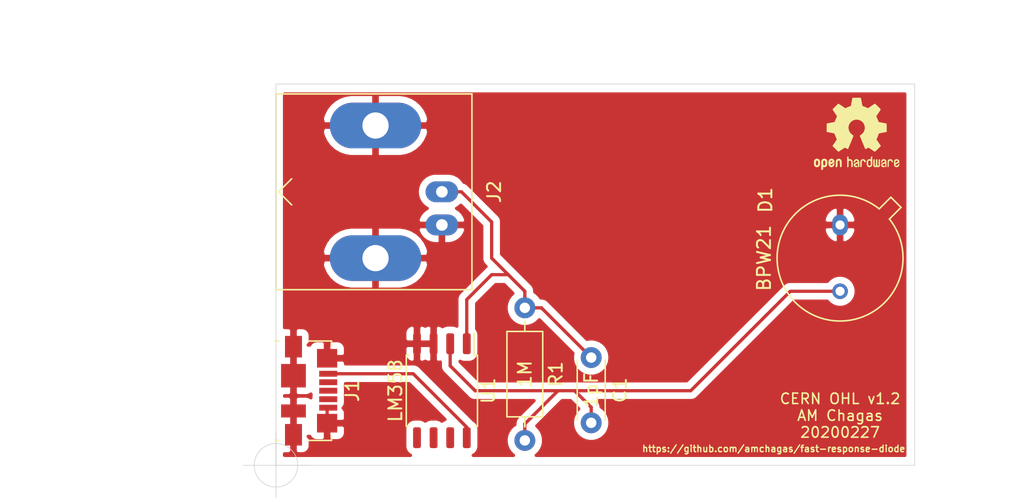
<source format=kicad_pcb>
(kicad_pcb (version 20171130) (host pcbnew 5.1.5-52549c5~84~ubuntu18.04.1)

  (general
    (thickness 1.6)
    (drawings 12)
    (tracks 28)
    (zones 0)
    (modules 7)
    (nets 8)
  )

  (page A4)
  (layers
    (0 F.Cu signal)
    (31 B.Cu signal)
    (32 B.Adhes user)
    (33 F.Adhes user)
    (34 B.Paste user)
    (35 F.Paste user)
    (36 B.SilkS user)
    (37 F.SilkS user)
    (38 B.Mask user)
    (39 F.Mask user)
    (40 Dwgs.User user)
    (41 Cmts.User user)
    (42 Eco1.User user)
    (43 Eco2.User user)
    (44 Edge.Cuts user)
    (45 Margin user)
    (46 B.CrtYd user)
    (47 F.CrtYd user)
    (48 B.Fab user)
    (49 F.Fab user)
  )

  (setup
    (last_trace_width 0.25)
    (trace_clearance 0.2)
    (zone_clearance 0.508)
    (zone_45_only no)
    (trace_min 0.2)
    (via_size 0.8)
    (via_drill 0.4)
    (via_min_size 0.4)
    (via_min_drill 0.3)
    (uvia_size 0.3)
    (uvia_drill 0.1)
    (uvias_allowed no)
    (uvia_min_size 0.2)
    (uvia_min_drill 0.1)
    (edge_width 0.05)
    (segment_width 0.2)
    (pcb_text_width 0.3)
    (pcb_text_size 1.5 1.5)
    (mod_edge_width 0.12)
    (mod_text_size 1 1)
    (mod_text_width 0.15)
    (pad_size 1.524 1.524)
    (pad_drill 0.762)
    (pad_to_mask_clearance 0.051)
    (solder_mask_min_width 0.25)
    (aux_axis_origin 106.68 116.84)
    (grid_origin 105.41 118.11)
    (visible_elements 7FFFFFFF)
    (pcbplotparams
      (layerselection 0x2ffff_ffffffff)
      (usegerberextensions false)
      (usegerberattributes false)
      (usegerberadvancedattributes false)
      (creategerberjobfile false)
      (excludeedgelayer true)
      (linewidth 0.100000)
      (plotframeref false)
      (viasonmask false)
      (mode 1)
      (useauxorigin false)
      (hpglpennumber 1)
      (hpglpenspeed 20)
      (hpglpendiameter 15.000000)
      (psnegative false)
      (psa4output false)
      (plotreference true)
      (plotvalue true)
      (plotinvisibletext false)
      (padsonsilk false)
      (subtractmaskfromsilk false)
      (outputformat 1)
      (mirror false)
      (drillshape 0)
      (scaleselection 1)
      (outputdirectory ""))
  )

  (net 0 "")
  (net 1 /BNC+)
  (net 2 "Net-(C1-Pad2)")
  (net 3 GNDREF)
  (net 4 +5V)
  (net 5 "Net-(J1-Pad2)")
  (net 6 "Net-(J1-Pad3)")
  (net 7 "Net-(J1-Pad4)")

  (net_class Default "This is the default net class."
    (clearance 0.2)
    (trace_width 0.25)
    (via_dia 0.8)
    (via_drill 0.4)
    (uvia_dia 0.3)
    (uvia_drill 0.1)
    (add_net +5V)
    (add_net /BNC+)
    (add_net GNDREF)
    (add_net "Net-(C1-Pad2)")
    (add_net "Net-(J1-Pad2)")
    (add_net "Net-(J1-Pad3)")
    (add_net "Net-(J1-Pad4)")
  )

  (module Symbol:OSHW-Logo2_7.3x6mm_SilkScreen (layer F.Cu) (tedit 0) (tstamp 5E57F149)
    (at 151.13 90.805)
    (descr "Open Source Hardware Symbol")
    (tags "Logo Symbol OSHW")
    (attr virtual)
    (fp_text reference REF** (at 0 0) (layer F.SilkS) hide
      (effects (font (size 1 1) (thickness 0.15)))
    )
    (fp_text value OSHW-Logo2_7.3x6mm_SilkScreen (at 0.75 0) (layer F.Fab) hide
      (effects (font (size 1 1) (thickness 0.15)))
    )
    (fp_poly (pts (xy 0.10391 -2.757652) (xy 0.182454 -2.757222) (xy 0.239298 -2.756058) (xy 0.278105 -2.753793)
      (xy 0.302538 -2.75006) (xy 0.316262 -2.744494) (xy 0.32294 -2.736727) (xy 0.326236 -2.726395)
      (xy 0.326556 -2.725057) (xy 0.331562 -2.700921) (xy 0.340829 -2.653299) (xy 0.353392 -2.587259)
      (xy 0.368287 -2.507872) (xy 0.384551 -2.420204) (xy 0.385119 -2.417125) (xy 0.40141 -2.331211)
      (xy 0.416652 -2.255304) (xy 0.429861 -2.193955) (xy 0.440054 -2.151718) (xy 0.446248 -2.133145)
      (xy 0.446543 -2.132816) (xy 0.464788 -2.123747) (xy 0.502405 -2.108633) (xy 0.551271 -2.090738)
      (xy 0.551543 -2.090642) (xy 0.613093 -2.067507) (xy 0.685657 -2.038035) (xy 0.754057 -2.008403)
      (xy 0.757294 -2.006938) (xy 0.868702 -1.956374) (xy 1.115399 -2.12484) (xy 1.191077 -2.176197)
      (xy 1.259631 -2.222111) (xy 1.317088 -2.25997) (xy 1.359476 -2.287163) (xy 1.382825 -2.301079)
      (xy 1.385042 -2.302111) (xy 1.40201 -2.297516) (xy 1.433701 -2.275345) (xy 1.481352 -2.234553)
      (xy 1.546198 -2.174095) (xy 1.612397 -2.109773) (xy 1.676214 -2.046388) (xy 1.733329 -1.988549)
      (xy 1.780305 -1.939825) (xy 1.813703 -1.90379) (xy 1.830085 -1.884016) (xy 1.830694 -1.882998)
      (xy 1.832505 -1.869428) (xy 1.825683 -1.847267) (xy 1.80854 -1.813522) (xy 1.779393 -1.7652)
      (xy 1.736555 -1.699308) (xy 1.679448 -1.614483) (xy 1.628766 -1.539823) (xy 1.583461 -1.47286)
      (xy 1.54615 -1.417484) (xy 1.519452 -1.37758) (xy 1.505985 -1.357038) (xy 1.505137 -1.355644)
      (xy 1.506781 -1.335962) (xy 1.519245 -1.297707) (xy 1.540048 -1.248111) (xy 1.547462 -1.232272)
      (xy 1.579814 -1.16171) (xy 1.614328 -1.081647) (xy 1.642365 -1.012371) (xy 1.662568 -0.960955)
      (xy 1.678615 -0.921881) (xy 1.687888 -0.901459) (xy 1.689041 -0.899886) (xy 1.706096 -0.897279)
      (xy 1.746298 -0.890137) (xy 1.804302 -0.879477) (xy 1.874763 -0.866315) (xy 1.952335 -0.851667)
      (xy 2.031672 -0.836551) (xy 2.107431 -0.821982) (xy 2.174264 -0.808978) (xy 2.226828 -0.798555)
      (xy 2.259776 -0.79173) (xy 2.267857 -0.789801) (xy 2.276205 -0.785038) (xy 2.282506 -0.774282)
      (xy 2.287045 -0.753902) (xy 2.290104 -0.720266) (xy 2.291967 -0.669745) (xy 2.292918 -0.598708)
      (xy 2.29324 -0.503524) (xy 2.293257 -0.464508) (xy 2.293257 -0.147201) (xy 2.217057 -0.132161)
      (xy 2.174663 -0.124005) (xy 2.1114 -0.112101) (xy 2.034962 -0.097884) (xy 1.953043 -0.08279)
      (xy 1.9304 -0.078645) (xy 1.854806 -0.063947) (xy 1.788953 -0.049495) (xy 1.738366 -0.036625)
      (xy 1.708574 -0.026678) (xy 1.703612 -0.023713) (xy 1.691426 -0.002717) (xy 1.673953 0.037967)
      (xy 1.654577 0.090322) (xy 1.650734 0.1016) (xy 1.625339 0.171523) (xy 1.593817 0.250418)
      (xy 1.562969 0.321266) (xy 1.562817 0.321595) (xy 1.511447 0.432733) (xy 1.680399 0.681253)
      (xy 1.849352 0.929772) (xy 1.632429 1.147058) (xy 1.566819 1.211726) (xy 1.506979 1.268733)
      (xy 1.456267 1.315033) (xy 1.418046 1.347584) (xy 1.395675 1.363343) (xy 1.392466 1.364343)
      (xy 1.373626 1.356469) (xy 1.33518 1.334578) (xy 1.28133 1.301267) (xy 1.216276 1.259131)
      (xy 1.14594 1.211943) (xy 1.074555 1.16381) (xy 1.010908 1.121928) (xy 0.959041 1.088871)
      (xy 0.922995 1.067218) (xy 0.906867 1.059543) (xy 0.887189 1.066037) (xy 0.849875 1.08315)
      (xy 0.802621 1.107326) (xy 0.797612 1.110013) (xy 0.733977 1.141927) (xy 0.690341 1.157579)
      (xy 0.663202 1.157745) (xy 0.649057 1.143204) (xy 0.648975 1.143) (xy 0.641905 1.125779)
      (xy 0.625042 1.084899) (xy 0.599695 1.023525) (xy 0.567171 0.944819) (xy 0.528778 0.851947)
      (xy 0.485822 0.748072) (xy 0.444222 0.647502) (xy 0.398504 0.536516) (xy 0.356526 0.433703)
      (xy 0.319548 0.342215) (xy 0.288827 0.265201) (xy 0.265622 0.205815) (xy 0.25119 0.167209)
      (xy 0.246743 0.1528) (xy 0.257896 0.136272) (xy 0.287069 0.10993) (xy 0.325971 0.080887)
      (xy 0.436757 -0.010961) (xy 0.523351 -0.116241) (xy 0.584716 -0.232734) (xy 0.619815 -0.358224)
      (xy 0.627608 -0.490493) (xy 0.621943 -0.551543) (xy 0.591078 -0.678205) (xy 0.53792 -0.790059)
      (xy 0.465767 -0.885999) (xy 0.377917 -0.964924) (xy 0.277665 -1.02573) (xy 0.16831 -1.067313)
      (xy 0.053147 -1.088572) (xy -0.064525 -1.088401) (xy -0.18141 -1.065699) (xy -0.294211 -1.019362)
      (xy -0.399631 -0.948287) (xy -0.443632 -0.908089) (xy -0.528021 -0.804871) (xy -0.586778 -0.692075)
      (xy -0.620296 -0.57299) (xy -0.628965 -0.450905) (xy -0.613177 -0.329107) (xy -0.573322 -0.210884)
      (xy -0.509793 -0.099525) (xy -0.422979 0.001684) (xy -0.325971 0.080887) (xy -0.285563 0.111162)
      (xy -0.257018 0.137219) (xy -0.246743 0.152825) (xy -0.252123 0.169843) (xy -0.267425 0.2105)
      (xy -0.291388 0.271642) (xy -0.322756 0.350119) (xy -0.360268 0.44278) (xy -0.402667 0.546472)
      (xy -0.444337 0.647526) (xy -0.49031 0.758607) (xy -0.532893 0.861541) (xy -0.570779 0.953165)
      (xy -0.60266 1.030316) (xy -0.627229 1.089831) (xy -0.64318 1.128544) (xy -0.64909 1.143)
      (xy -0.663052 1.157685) (xy -0.69006 1.157642) (xy -0.733587 1.142099) (xy -0.79711 1.110284)
      (xy -0.797612 1.110013) (xy -0.84544 1.085323) (xy -0.884103 1.067338) (xy -0.905905 1.059614)
      (xy -0.906867 1.059543) (xy -0.923279 1.067378) (xy -0.959513 1.089165) (xy -1.011526 1.122328)
      (xy -1.075275 1.164291) (xy -1.14594 1.211943) (xy -1.217884 1.260191) (xy -1.282726 1.302151)
      (xy -1.336265 1.335227) (xy -1.374303 1.356821) (xy -1.392467 1.364343) (xy -1.409192 1.354457)
      (xy -1.44282 1.326826) (xy -1.48999 1.284495) (xy -1.547342 1.230505) (xy -1.611516 1.167899)
      (xy -1.632503 1.146983) (xy -1.849501 0.929623) (xy -1.684332 0.68722) (xy -1.634136 0.612781)
      (xy -1.590081 0.545972) (xy -1.554638 0.490665) (xy -1.530281 0.450729) (xy -1.519478 0.430036)
      (xy -1.519162 0.428563) (xy -1.524857 0.409058) (xy -1.540174 0.369822) (xy -1.562463 0.31743)
      (xy -1.578107 0.282355) (xy -1.607359 0.215201) (xy -1.634906 0.147358) (xy -1.656263 0.090034)
      (xy -1.662065 0.072572) (xy -1.678548 0.025938) (xy -1.69466 -0.010095) (xy -1.70351 -0.023713)
      (xy -1.72304 -0.032048) (xy -1.765666 -0.043863) (xy -1.825855 -0.057819) (xy -1.898078 -0.072578)
      (xy -1.9304 -0.078645) (xy -2.012478 -0.093727) (xy -2.091205 -0.108331) (xy -2.158891 -0.12102)
      (xy -2.20784 -0.130358) (xy -2.217057 -0.132161) (xy -2.293257 -0.147201) (xy -2.293257 -0.464508)
      (xy -2.293086 -0.568846) (xy -2.292384 -0.647787) (xy -2.290866 -0.704962) (xy -2.288251 -0.744001)
      (xy -2.284254 -0.768535) (xy -2.278591 -0.782195) (xy -2.27098 -0.788611) (xy -2.267857 -0.789801)
      (xy -2.249022 -0.79402) (xy -2.207412 -0.802438) (xy -2.14837 -0.814039) (xy -2.077243 -0.827805)
      (xy -1.999375 -0.84272) (xy -1.920113 -0.857768) (xy -1.844802 -0.871931) (xy -1.778787 -0.884194)
      (xy -1.727413 -0.893539) (xy -1.696025 -0.89895) (xy -1.689041 -0.899886) (xy -1.682715 -0.912404)
      (xy -1.66871 -0.945754) (xy -1.649645 -0.993623) (xy -1.642366 -1.012371) (xy -1.613004 -1.084805)
      (xy -1.578429 -1.16483) (xy -1.547463 -1.232272) (xy -1.524677 -1.283841) (xy -1.509518 -1.326215)
      (xy -1.504458 -1.352166) (xy -1.505264 -1.355644) (xy -1.515959 -1.372064) (xy -1.54038 -1.408583)
      (xy -1.575905 -1.461313) (xy -1.619913 -1.526365) (xy -1.669783 -1.599849) (xy -1.679644 -1.614355)
      (xy -1.737508 -1.700296) (xy -1.780044 -1.765739) (xy -1.808946 -1.813696) (xy -1.82591 -1.84718)
      (xy -1.832633 -1.869205) (xy -1.83081 -1.882783) (xy -1.830764 -1.882869) (xy -1.816414 -1.900703)
      (xy -1.784677 -1.935183) (xy -1.73899 -1.982732) (xy -1.682796 -2.039778) (xy -1.619532 -2.102745)
      (xy -1.612398 -2.109773) (xy -1.53267 -2.18698) (xy -1.471143 -2.24367) (xy -1.426579 -2.28089)
      (xy -1.397743 -2.299685) (xy -1.385042 -2.302111) (xy -1.366506 -2.291529) (xy -1.328039 -2.267084)
      (xy -1.273614 -2.231388) (xy -1.207202 -2.187053) (xy -1.132775 -2.136689) (xy -1.115399 -2.12484)
      (xy -0.868703 -1.956374) (xy -0.757294 -2.006938) (xy -0.689543 -2.036405) (xy -0.616817 -2.066041)
      (xy -0.554297 -2.08967) (xy -0.551543 -2.090642) (xy -0.50264 -2.108543) (xy -0.464943 -2.12368)
      (xy -0.446575 -2.13279) (xy -0.446544 -2.132816) (xy -0.440715 -2.149283) (xy -0.430808 -2.189781)
      (xy -0.417805 -2.249758) (xy -0.402691 -2.32466) (xy -0.386448 -2.409936) (xy -0.385119 -2.417125)
      (xy -0.368825 -2.504986) (xy -0.353867 -2.58474) (xy -0.341209 -2.651319) (xy -0.331814 -2.699653)
      (xy -0.326646 -2.724675) (xy -0.326556 -2.725057) (xy -0.323411 -2.735701) (xy -0.317296 -2.743738)
      (xy -0.304547 -2.749533) (xy -0.2815 -2.753453) (xy -0.244491 -2.755865) (xy -0.189856 -2.757135)
      (xy -0.113933 -2.757629) (xy -0.013056 -2.757714) (xy 0 -2.757714) (xy 0.10391 -2.757652)) (layer F.SilkS) (width 0.01))
    (fp_poly (pts (xy 3.153595 1.966966) (xy 3.211021 2.004497) (xy 3.238719 2.038096) (xy 3.260662 2.099064)
      (xy 3.262405 2.147308) (xy 3.258457 2.211816) (xy 3.109686 2.276934) (xy 3.037349 2.310202)
      (xy 2.990084 2.336964) (xy 2.965507 2.360144) (xy 2.961237 2.382667) (xy 2.974889 2.407455)
      (xy 2.989943 2.423886) (xy 3.033746 2.450235) (xy 3.081389 2.452081) (xy 3.125145 2.431546)
      (xy 3.157289 2.390752) (xy 3.163038 2.376347) (xy 3.190576 2.331356) (xy 3.222258 2.312182)
      (xy 3.265714 2.295779) (xy 3.265714 2.357966) (xy 3.261872 2.400283) (xy 3.246823 2.435969)
      (xy 3.21528 2.476943) (xy 3.210592 2.482267) (xy 3.175506 2.51872) (xy 3.145347 2.538283)
      (xy 3.107615 2.547283) (xy 3.076335 2.55023) (xy 3.020385 2.550965) (xy 2.980555 2.54166)
      (xy 2.955708 2.527846) (xy 2.916656 2.497467) (xy 2.889625 2.464613) (xy 2.872517 2.423294)
      (xy 2.863238 2.367521) (xy 2.859693 2.291305) (xy 2.85941 2.252622) (xy 2.860372 2.206247)
      (xy 2.948007 2.206247) (xy 2.949023 2.231126) (xy 2.951556 2.2352) (xy 2.968274 2.229665)
      (xy 3.004249 2.215017) (xy 3.052331 2.19419) (xy 3.062386 2.189714) (xy 3.123152 2.158814)
      (xy 3.156632 2.131657) (xy 3.16399 2.10622) (xy 3.146391 2.080481) (xy 3.131856 2.069109)
      (xy 3.07941 2.046364) (xy 3.030322 2.050122) (xy 2.989227 2.077884) (xy 2.960758 2.127152)
      (xy 2.951631 2.166257) (xy 2.948007 2.206247) (xy 2.860372 2.206247) (xy 2.861285 2.162249)
      (xy 2.868196 2.095384) (xy 2.881884 2.046695) (xy 2.904096 2.010849) (xy 2.936574 1.982513)
      (xy 2.950733 1.973355) (xy 3.015053 1.949507) (xy 3.085473 1.948006) (xy 3.153595 1.966966)) (layer F.SilkS) (width 0.01))
    (fp_poly (pts (xy 2.6526 1.958752) (xy 2.669948 1.966334) (xy 2.711356 1.999128) (xy 2.746765 2.046547)
      (xy 2.768664 2.097151) (xy 2.772229 2.122098) (xy 2.760279 2.156927) (xy 2.734067 2.175357)
      (xy 2.705964 2.186516) (xy 2.693095 2.188572) (xy 2.686829 2.173649) (xy 2.674456 2.141175)
      (xy 2.669028 2.126502) (xy 2.63859 2.075744) (xy 2.59452 2.050427) (xy 2.53801 2.051206)
      (xy 2.533825 2.052203) (xy 2.503655 2.066507) (xy 2.481476 2.094393) (xy 2.466327 2.139287)
      (xy 2.45725 2.204615) (xy 2.453286 2.293804) (xy 2.452914 2.341261) (xy 2.45273 2.416071)
      (xy 2.451522 2.467069) (xy 2.448309 2.499471) (xy 2.442109 2.518495) (xy 2.43194 2.529356)
      (xy 2.416819 2.537272) (xy 2.415946 2.53767) (xy 2.386828 2.549981) (xy 2.372403 2.554514)
      (xy 2.370186 2.540809) (xy 2.368289 2.502925) (xy 2.366847 2.445715) (xy 2.365998 2.374027)
      (xy 2.365829 2.321565) (xy 2.366692 2.220047) (xy 2.37007 2.143032) (xy 2.377142 2.086023)
      (xy 2.389088 2.044526) (xy 2.40709 2.014043) (xy 2.432327 1.99008) (xy 2.457247 1.973355)
      (xy 2.517171 1.951097) (xy 2.586911 1.946076) (xy 2.6526 1.958752)) (layer F.SilkS) (width 0.01))
    (fp_poly (pts (xy 2.144876 1.956335) (xy 2.186667 1.975344) (xy 2.219469 1.998378) (xy 2.243503 2.024133)
      (xy 2.260097 2.057358) (xy 2.270577 2.1028) (xy 2.276271 2.165207) (xy 2.278507 2.249327)
      (xy 2.278743 2.304721) (xy 2.278743 2.520826) (xy 2.241774 2.53767) (xy 2.212656 2.549981)
      (xy 2.198231 2.554514) (xy 2.195472 2.541025) (xy 2.193282 2.504653) (xy 2.191942 2.451542)
      (xy 2.191657 2.409372) (xy 2.190434 2.348447) (xy 2.187136 2.300115) (xy 2.182321 2.270518)
      (xy 2.178496 2.264229) (xy 2.152783 2.270652) (xy 2.112418 2.287125) (xy 2.065679 2.309458)
      (xy 2.020845 2.333457) (xy 1.986193 2.35493) (xy 1.970002 2.369685) (xy 1.969938 2.369845)
      (xy 1.97133 2.397152) (xy 1.983818 2.423219) (xy 2.005743 2.444392) (xy 2.037743 2.451474)
      (xy 2.065092 2.450649) (xy 2.103826 2.450042) (xy 2.124158 2.459116) (xy 2.136369 2.483092)
      (xy 2.137909 2.487613) (xy 2.143203 2.521806) (xy 2.129047 2.542568) (xy 2.092148 2.552462)
      (xy 2.052289 2.554292) (xy 1.980562 2.540727) (xy 1.943432 2.521355) (xy 1.897576 2.475845)
      (xy 1.873256 2.419983) (xy 1.871073 2.360957) (xy 1.891629 2.305953) (xy 1.922549 2.271486)
      (xy 1.95342 2.252189) (xy 2.001942 2.227759) (xy 2.058485 2.202985) (xy 2.06791 2.199199)
      (xy 2.130019 2.171791) (xy 2.165822 2.147634) (xy 2.177337 2.123619) (xy 2.16658 2.096635)
      (xy 2.148114 2.075543) (xy 2.104469 2.049572) (xy 2.056446 2.047624) (xy 2.012406 2.067637)
      (xy 1.980709 2.107551) (xy 1.976549 2.117848) (xy 1.952327 2.155724) (xy 1.916965 2.183842)
      (xy 1.872343 2.206917) (xy 1.872343 2.141485) (xy 1.874969 2.101506) (xy 1.88623 2.069997)
      (xy 1.911199 2.036378) (xy 1.935169 2.010484) (xy 1.972441 1.973817) (xy 2.001401 1.954121)
      (xy 2.032505 1.94622) (xy 2.067713 1.944914) (xy 2.144876 1.956335)) (layer F.SilkS) (width 0.01))
    (fp_poly (pts (xy 1.779833 1.958663) (xy 1.782048 1.99685) (xy 1.783784 2.054886) (xy 1.784899 2.12818)
      (xy 1.785257 2.205055) (xy 1.785257 2.465196) (xy 1.739326 2.511127) (xy 1.707675 2.539429)
      (xy 1.67989 2.550893) (xy 1.641915 2.550168) (xy 1.62684 2.548321) (xy 1.579726 2.542948)
      (xy 1.540756 2.539869) (xy 1.531257 2.539585) (xy 1.499233 2.541445) (xy 1.453432 2.546114)
      (xy 1.435674 2.548321) (xy 1.392057 2.551735) (xy 1.362745 2.54432) (xy 1.33368 2.521427)
      (xy 1.323188 2.511127) (xy 1.277257 2.465196) (xy 1.277257 1.978602) (xy 1.314226 1.961758)
      (xy 1.346059 1.949282) (xy 1.364683 1.944914) (xy 1.369458 1.958718) (xy 1.373921 1.997286)
      (xy 1.377775 2.056356) (xy 1.380722 2.131663) (xy 1.382143 2.195286) (xy 1.386114 2.445657)
      (xy 1.420759 2.450556) (xy 1.452268 2.447131) (xy 1.467708 2.436041) (xy 1.472023 2.415308)
      (xy 1.475708 2.371145) (xy 1.478469 2.309146) (xy 1.480012 2.234909) (xy 1.480235 2.196706)
      (xy 1.480457 1.976783) (xy 1.526166 1.960849) (xy 1.558518 1.950015) (xy 1.576115 1.944962)
      (xy 1.576623 1.944914) (xy 1.578388 1.958648) (xy 1.580329 1.99673) (xy 1.582282 2.054482)
      (xy 1.584084 2.127227) (xy 1.585343 2.195286) (xy 1.589314 2.445657) (xy 1.6764 2.445657)
      (xy 1.680396 2.21724) (xy 1.684392 1.988822) (xy 1.726847 1.966868) (xy 1.758192 1.951793)
      (xy 1.776744 1.944951) (xy 1.777279 1.944914) (xy 1.779833 1.958663)) (layer F.SilkS) (width 0.01))
    (fp_poly (pts (xy 1.190117 2.065358) (xy 1.189933 2.173837) (xy 1.189219 2.257287) (xy 1.187675 2.319704)
      (xy 1.185001 2.365085) (xy 1.180894 2.397429) (xy 1.175055 2.420733) (xy 1.167182 2.438995)
      (xy 1.161221 2.449418) (xy 1.111855 2.505945) (xy 1.049264 2.541377) (xy 0.980013 2.55409)
      (xy 0.910668 2.542463) (xy 0.869375 2.521568) (xy 0.826025 2.485422) (xy 0.796481 2.441276)
      (xy 0.778655 2.383462) (xy 0.770463 2.306313) (xy 0.769302 2.249714) (xy 0.769458 2.245647)
      (xy 0.870857 2.245647) (xy 0.871476 2.31055) (xy 0.874314 2.353514) (xy 0.88084 2.381622)
      (xy 0.892523 2.401953) (xy 0.906483 2.417288) (xy 0.953365 2.44689) (xy 1.003701 2.449419)
      (xy 1.051276 2.424705) (xy 1.054979 2.421356) (xy 1.070783 2.403935) (xy 1.080693 2.383209)
      (xy 1.086058 2.352362) (xy 1.088228 2.304577) (xy 1.088571 2.251748) (xy 1.087827 2.185381)
      (xy 1.084748 2.141106) (xy 1.078061 2.112009) (xy 1.066496 2.091173) (xy 1.057013 2.080107)
      (xy 1.01296 2.052198) (xy 0.962224 2.048843) (xy 0.913796 2.070159) (xy 0.90445 2.078073)
      (xy 0.88854 2.095647) (xy 0.87861 2.116587) (xy 0.873278 2.147782) (xy 0.871163 2.196122)
      (xy 0.870857 2.245647) (xy 0.769458 2.245647) (xy 0.77281 2.158568) (xy 0.784726 2.090086)
      (xy 0.807135 2.0386) (xy 0.842124 1.998443) (xy 0.869375 1.977861) (xy 0.918907 1.955625)
      (xy 0.976316 1.945304) (xy 1.029682 1.948067) (xy 1.059543 1.959212) (xy 1.071261 1.962383)
      (xy 1.079037 1.950557) (xy 1.084465 1.918866) (xy 1.088571 1.870593) (xy 1.093067 1.816829)
      (xy 1.099313 1.784482) (xy 1.110676 1.765985) (xy 1.130528 1.75377) (xy 1.143 1.748362)
      (xy 1.190171 1.728601) (xy 1.190117 2.065358)) (layer F.SilkS) (width 0.01))
    (fp_poly (pts (xy 0.529926 1.949755) (xy 0.595858 1.974084) (xy 0.649273 2.017117) (xy 0.670164 2.047409)
      (xy 0.692939 2.102994) (xy 0.692466 2.143186) (xy 0.668562 2.170217) (xy 0.659717 2.174813)
      (xy 0.62153 2.189144) (xy 0.602028 2.185472) (xy 0.595422 2.161407) (xy 0.595086 2.148114)
      (xy 0.582992 2.09921) (xy 0.551471 2.064999) (xy 0.507659 2.048476) (xy 0.458695 2.052634)
      (xy 0.418894 2.074227) (xy 0.40545 2.086544) (xy 0.395921 2.101487) (xy 0.389485 2.124075)
      (xy 0.385317 2.159328) (xy 0.382597 2.212266) (xy 0.380502 2.287907) (xy 0.37996 2.311857)
      (xy 0.377981 2.39379) (xy 0.375731 2.451455) (xy 0.372357 2.489608) (xy 0.367006 2.513004)
      (xy 0.358824 2.526398) (xy 0.346959 2.534545) (xy 0.339362 2.538144) (xy 0.307102 2.550452)
      (xy 0.288111 2.554514) (xy 0.281836 2.540948) (xy 0.278006 2.499934) (xy 0.2766 2.430999)
      (xy 0.277598 2.333669) (xy 0.277908 2.318657) (xy 0.280101 2.229859) (xy 0.282693 2.165019)
      (xy 0.286382 2.119067) (xy 0.291864 2.086935) (xy 0.299835 2.063553) (xy 0.310993 2.043852)
      (xy 0.31683 2.03541) (xy 0.350296 1.998057) (xy 0.387727 1.969003) (xy 0.392309 1.966467)
      (xy 0.459426 1.946443) (xy 0.529926 1.949755)) (layer F.SilkS) (width 0.01))
    (fp_poly (pts (xy 0.039744 1.950968) (xy 0.096616 1.972087) (xy 0.097267 1.972493) (xy 0.13244 1.99838)
      (xy 0.158407 2.028633) (xy 0.17667 2.068058) (xy 0.188732 2.121462) (xy 0.196096 2.193651)
      (xy 0.200264 2.289432) (xy 0.200629 2.303078) (xy 0.205876 2.508842) (xy 0.161716 2.531678)
      (xy 0.129763 2.54711) (xy 0.11047 2.554423) (xy 0.109578 2.554514) (xy 0.106239 2.541022)
      (xy 0.103587 2.504626) (xy 0.101956 2.451452) (xy 0.1016 2.408393) (xy 0.101592 2.338641)
      (xy 0.098403 2.294837) (xy 0.087288 2.273944) (xy 0.063501 2.272925) (xy 0.022296 2.288741)
      (xy -0.039914 2.317815) (xy -0.085659 2.341963) (xy -0.109187 2.362913) (xy -0.116104 2.385747)
      (xy -0.116114 2.386877) (xy -0.104701 2.426212) (xy -0.070908 2.447462) (xy -0.019191 2.450539)
      (xy 0.018061 2.450006) (xy 0.037703 2.460735) (xy 0.049952 2.486505) (xy 0.057002 2.519337)
      (xy 0.046842 2.537966) (xy 0.043017 2.540632) (xy 0.007001 2.55134) (xy -0.043434 2.552856)
      (xy -0.095374 2.545759) (xy -0.132178 2.532788) (xy -0.183062 2.489585) (xy -0.211986 2.429446)
      (xy -0.217714 2.382462) (xy -0.213343 2.340082) (xy -0.197525 2.305488) (xy -0.166203 2.274763)
      (xy -0.115322 2.24399) (xy -0.040824 2.209252) (xy -0.036286 2.207288) (xy 0.030821 2.176287)
      (xy 0.072232 2.150862) (xy 0.089981 2.128014) (xy 0.086107 2.104745) (xy 0.062643 2.078056)
      (xy 0.055627 2.071914) (xy 0.00863 2.0481) (xy -0.040067 2.049103) (xy -0.082478 2.072451)
      (xy -0.110616 2.115675) (xy -0.113231 2.12416) (xy -0.138692 2.165308) (xy -0.170999 2.185128)
      (xy -0.217714 2.20477) (xy -0.217714 2.15395) (xy -0.203504 2.080082) (xy -0.161325 2.012327)
      (xy -0.139376 1.989661) (xy -0.089483 1.960569) (xy -0.026033 1.9474) (xy 0.039744 1.950968)) (layer F.SilkS) (width 0.01))
    (fp_poly (pts (xy -0.624114 1.851289) (xy -0.619861 1.910613) (xy -0.614975 1.945572) (xy -0.608205 1.96082)
      (xy -0.598298 1.961015) (xy -0.595086 1.959195) (xy -0.552356 1.946015) (xy -0.496773 1.946785)
      (xy -0.440263 1.960333) (xy -0.404918 1.977861) (xy -0.368679 2.005861) (xy -0.342187 2.037549)
      (xy -0.324001 2.077813) (xy -0.312678 2.131543) (xy -0.306778 2.203626) (xy -0.304857 2.298951)
      (xy -0.304823 2.317237) (xy -0.3048 2.522646) (xy -0.350509 2.53858) (xy -0.382973 2.54942)
      (xy -0.400785 2.554468) (xy -0.401309 2.554514) (xy -0.403063 2.540828) (xy -0.404556 2.503076)
      (xy -0.405674 2.446224) (xy -0.406303 2.375234) (xy -0.4064 2.332073) (xy -0.406602 2.246973)
      (xy -0.407642 2.185981) (xy -0.410169 2.144177) (xy -0.414836 2.116642) (xy -0.422293 2.098456)
      (xy -0.433189 2.084698) (xy -0.439993 2.078073) (xy -0.486728 2.051375) (xy -0.537728 2.049375)
      (xy -0.583999 2.071955) (xy -0.592556 2.080107) (xy -0.605107 2.095436) (xy -0.613812 2.113618)
      (xy -0.619369 2.139909) (xy -0.622474 2.179562) (xy -0.623824 2.237832) (xy -0.624114 2.318173)
      (xy -0.624114 2.522646) (xy -0.669823 2.53858) (xy -0.702287 2.54942) (xy -0.720099 2.554468)
      (xy -0.720623 2.554514) (xy -0.721963 2.540623) (xy -0.723172 2.501439) (xy -0.724199 2.4407)
      (xy -0.724998 2.362141) (xy -0.725519 2.269498) (xy -0.725714 2.166509) (xy -0.725714 1.769342)
      (xy -0.678543 1.749444) (xy -0.631371 1.729547) (xy -0.624114 1.851289)) (layer F.SilkS) (width 0.01))
    (fp_poly (pts (xy -1.831697 1.931239) (xy -1.774473 1.969735) (xy -1.730251 2.025335) (xy -1.703833 2.096086)
      (xy -1.69849 2.148162) (xy -1.699097 2.169893) (xy -1.704178 2.186531) (xy -1.718145 2.201437)
      (xy -1.745411 2.217973) (xy -1.790388 2.239498) (xy -1.857489 2.269374) (xy -1.857829 2.269524)
      (xy -1.919593 2.297813) (xy -1.970241 2.322933) (xy -2.004596 2.342179) (xy -2.017482 2.352848)
      (xy -2.017486 2.352934) (xy -2.006128 2.376166) (xy -1.979569 2.401774) (xy -1.949077 2.420221)
      (xy -1.93363 2.423886) (xy -1.891485 2.411212) (xy -1.855192 2.379471) (xy -1.837483 2.344572)
      (xy -1.820448 2.318845) (xy -1.787078 2.289546) (xy -1.747851 2.264235) (xy -1.713244 2.250471)
      (xy -1.706007 2.249714) (xy -1.697861 2.26216) (xy -1.69737 2.293972) (xy -1.703357 2.336866)
      (xy -1.714643 2.382558) (xy -1.73005 2.422761) (xy -1.730829 2.424322) (xy -1.777196 2.489062)
      (xy -1.837289 2.533097) (xy -1.905535 2.554711) (xy -1.976362 2.552185) (xy -2.044196 2.523804)
      (xy -2.047212 2.521808) (xy -2.100573 2.473448) (xy -2.13566 2.410352) (xy -2.155078 2.327387)
      (xy -2.157684 2.304078) (xy -2.162299 2.194055) (xy -2.156767 2.142748) (xy -2.017486 2.142748)
      (xy -2.015676 2.174753) (xy -2.005778 2.184093) (xy -1.981102 2.177105) (xy -1.942205 2.160587)
      (xy -1.898725 2.139881) (xy -1.897644 2.139333) (xy -1.860791 2.119949) (xy -1.846 2.107013)
      (xy -1.849647 2.093451) (xy -1.865005 2.075632) (xy -1.904077 2.049845) (xy -1.946154 2.04795)
      (xy -1.983897 2.066717) (xy -2.009966 2.102915) (xy -2.017486 2.142748) (xy -2.156767 2.142748)
      (xy -2.152806 2.106027) (xy -2.12845 2.036212) (xy -2.094544 1.987302) (xy -2.033347 1.937878)
      (xy -1.965937 1.913359) (xy -1.89712 1.911797) (xy -1.831697 1.931239)) (layer F.SilkS) (width 0.01))
    (fp_poly (pts (xy -2.958885 1.921962) (xy -2.890855 1.957733) (xy -2.840649 2.015301) (xy -2.822815 2.052312)
      (xy -2.808937 2.107882) (xy -2.801833 2.178096) (xy -2.80116 2.254727) (xy -2.806573 2.329552)
      (xy -2.81773 2.394342) (xy -2.834286 2.440873) (xy -2.839374 2.448887) (xy -2.899645 2.508707)
      (xy -2.971231 2.544535) (xy -3.048908 2.55502) (xy -3.127452 2.53881) (xy -3.149311 2.529092)
      (xy -3.191878 2.499143) (xy -3.229237 2.459433) (xy -3.232768 2.454397) (xy -3.247119 2.430124)
      (xy -3.256606 2.404178) (xy -3.26221 2.370022) (xy -3.264914 2.321119) (xy -3.265701 2.250935)
      (xy -3.265714 2.2352) (xy -3.265678 2.230192) (xy -3.120571 2.230192) (xy -3.119727 2.29643)
      (xy -3.116404 2.340386) (xy -3.109417 2.368779) (xy -3.097584 2.388325) (xy -3.091543 2.394857)
      (xy -3.056814 2.41968) (xy -3.023097 2.418548) (xy -2.989005 2.397016) (xy -2.968671 2.374029)
      (xy -2.956629 2.340478) (xy -2.949866 2.287569) (xy -2.949402 2.281399) (xy -2.948248 2.185513)
      (xy -2.960312 2.114299) (xy -2.98543 2.068194) (xy -3.02344 2.047635) (xy -3.037008 2.046514)
      (xy -3.072636 2.052152) (xy -3.097006 2.071686) (xy -3.111907 2.109042) (xy -3.119125 2.16815)
      (xy -3.120571 2.230192) (xy -3.265678 2.230192) (xy -3.265174 2.160413) (xy -3.262904 2.108159)
      (xy -3.257932 2.071949) (xy -3.249287 2.045299) (xy -3.235995 2.021722) (xy -3.233057 2.017338)
      (xy -3.183687 1.958249) (xy -3.129891 1.923947) (xy -3.064398 1.910331) (xy -3.042158 1.909665)
      (xy -2.958885 1.921962)) (layer F.SilkS) (width 0.01))
    (fp_poly (pts (xy -1.283907 1.92778) (xy -1.237328 1.954723) (xy -1.204943 1.981466) (xy -1.181258 2.009484)
      (xy -1.164941 2.043748) (xy -1.154661 2.089227) (xy -1.149086 2.150892) (xy -1.146884 2.233711)
      (xy -1.146629 2.293246) (xy -1.146629 2.512391) (xy -1.208314 2.540044) (xy -1.27 2.567697)
      (xy -1.277257 2.32767) (xy -1.280256 2.238028) (xy -1.283402 2.172962) (xy -1.287299 2.128026)
      (xy -1.292553 2.09877) (xy -1.299769 2.080748) (xy -1.30955 2.069511) (xy -1.312688 2.067079)
      (xy -1.360239 2.048083) (xy -1.408303 2.0556) (xy -1.436914 2.075543) (xy -1.448553 2.089675)
      (xy -1.456609 2.10822) (xy -1.461729 2.136334) (xy -1.464559 2.179173) (xy -1.465744 2.241895)
      (xy -1.465943 2.307261) (xy -1.465982 2.389268) (xy -1.467386 2.447316) (xy -1.472086 2.486465)
      (xy -1.482013 2.51178) (xy -1.499097 2.528323) (xy -1.525268 2.541156) (xy -1.560225 2.554491)
      (xy -1.598404 2.569007) (xy -1.593859 2.311389) (xy -1.592029 2.218519) (xy -1.589888 2.149889)
      (xy -1.586819 2.100711) (xy -1.582206 2.066198) (xy -1.575432 2.041562) (xy -1.565881 2.022016)
      (xy -1.554366 2.00477) (xy -1.49881 1.94968) (xy -1.43102 1.917822) (xy -1.357287 1.910191)
      (xy -1.283907 1.92778)) (layer F.SilkS) (width 0.01))
    (fp_poly (pts (xy -2.400256 1.919918) (xy -2.344799 1.947568) (xy -2.295852 1.99848) (xy -2.282371 2.017338)
      (xy -2.267686 2.042015) (xy -2.258158 2.068816) (xy -2.252707 2.104587) (xy -2.250253 2.156169)
      (xy -2.249714 2.224267) (xy -2.252148 2.317588) (xy -2.260606 2.387657) (xy -2.276826 2.439931)
      (xy -2.302546 2.479869) (xy -2.339503 2.512929) (xy -2.342218 2.514886) (xy -2.37864 2.534908)
      (xy -2.422498 2.544815) (xy -2.478276 2.547257) (xy -2.568952 2.547257) (xy -2.56899 2.635283)
      (xy -2.569834 2.684308) (xy -2.574976 2.713065) (xy -2.588413 2.730311) (xy -2.614142 2.744808)
      (xy -2.620321 2.747769) (xy -2.649236 2.761648) (xy -2.671624 2.770414) (xy -2.688271 2.771171)
      (xy -2.699964 2.761023) (xy -2.70749 2.737073) (xy -2.711634 2.696426) (xy -2.713185 2.636186)
      (xy -2.712929 2.553455) (xy -2.711651 2.445339) (xy -2.711252 2.413) (xy -2.709815 2.301524)
      (xy -2.708528 2.228603) (xy -2.569029 2.228603) (xy -2.568245 2.290499) (xy -2.56476 2.330997)
      (xy -2.556876 2.357708) (xy -2.542895 2.378244) (xy -2.533403 2.38826) (xy -2.494596 2.417567)
      (xy -2.460237 2.419952) (xy -2.424784 2.39575) (xy -2.423886 2.394857) (xy -2.409461 2.376153)
      (xy -2.400687 2.350732) (xy -2.396261 2.311584) (xy -2.394882 2.251697) (xy -2.394857 2.23843)
      (xy -2.398188 2.155901) (xy -2.409031 2.098691) (xy -2.42866 2.063766) (xy -2.45835 2.048094)
      (xy -2.475509 2.046514) (xy -2.516234 2.053926) (xy -2.544168 2.07833) (xy -2.560983 2.12298)
      (xy -2.56835 2.19113) (xy -2.569029 2.228603) (xy -2.708528 2.228603) (xy -2.708292 2.215245)
      (xy -2.706323 2.150333) (xy -2.70355 2.102958) (xy -2.699612 2.06929) (xy -2.694151 2.045498)
      (xy -2.686808 2.027753) (xy -2.677223 2.012224) (xy -2.673113 2.006381) (xy -2.618595 1.951185)
      (xy -2.549664 1.91989) (xy -2.469928 1.911165) (xy -2.400256 1.919918)) (layer F.SilkS) (width 0.01))
  )

  (module Package_TO_SOT_THT:TO-5-2_Window (layer F.Cu) (tedit 5A02FF81) (tstamp 5E57E12A)
    (at 149.86 97.79 270)
    (descr "TO-5-2_Window, Window")
    (tags "TO-5-2_Window Window")
    (path /5E56DA71)
    (fp_text reference D1 (at -1.905 5.715 90) (layer F.SilkS)
      (effects (font (size 1 1) (thickness 0.15)))
    )
    (fp_text value BPW21 (at 2.54 5.82 90) (layer F.SilkS)
      (effects (font (size 1 1) (thickness 0.15)))
    )
    (fp_text user %R (at 8.255 3.81 90) (layer F.Fab)
      (effects (font (size 1 1) (thickness 0.15)))
    )
    (fp_line (start -0.465408 -3.61352) (end -1.27151 -4.419621) (layer F.Fab) (width 0.1))
    (fp_line (start -1.27151 -4.419621) (end -1.879621 -3.81151) (layer F.Fab) (width 0.1))
    (fp_line (start -1.879621 -3.81151) (end -1.07352 -3.005408) (layer F.Fab) (width 0.1))
    (fp_line (start 3.864 -2.637) (end 5.177 -1.324) (layer F.Fab) (width 0.1))
    (fp_line (start 3.025 -2.911) (end 5.451 -0.485) (layer F.Fab) (width 0.1))
    (fp_line (start 2.42 -2.948) (end 5.488 0.12) (layer F.Fab) (width 0.1))
    (fp_line (start 1.918 -2.884) (end 5.424 0.622) (layer F.Fab) (width 0.1))
    (fp_line (start 1.482 -2.755) (end 5.295 1.058) (layer F.Fab) (width 0.1))
    (fp_line (start 1.097 -2.574) (end 5.114 1.443) (layer F.Fab) (width 0.1))
    (fp_line (start 0.756 -2.35) (end 4.89 1.784) (layer F.Fab) (width 0.1))
    (fp_line (start 0.454 -2.086) (end 4.626 2.086) (layer F.Fab) (width 0.1))
    (fp_line (start 0.19 -1.784) (end 4.324 2.35) (layer F.Fab) (width 0.1))
    (fp_line (start -0.034 -1.443) (end 3.983 2.574) (layer F.Fab) (width 0.1))
    (fp_line (start -0.215 -1.058) (end 3.598 2.755) (layer F.Fab) (width 0.1))
    (fp_line (start -0.344 -0.622) (end 3.162 2.884) (layer F.Fab) (width 0.1))
    (fp_line (start -0.408 -0.12) (end 2.66 2.948) (layer F.Fab) (width 0.1))
    (fp_line (start -0.371 0.485) (end 2.055 2.911) (layer F.Fab) (width 0.1))
    (fp_line (start -0.097 1.324) (end 1.216 2.637) (layer F.Fab) (width 0.1))
    (fp_line (start -0.457084 -3.774902) (end -1.348039 -4.665856) (layer F.SilkS) (width 0.12))
    (fp_line (start -1.348039 -4.665856) (end -2.125856 -3.888039) (layer F.SilkS) (width 0.12))
    (fp_line (start -2.125856 -3.888039) (end -1.234902 -2.997084) (layer F.SilkS) (width 0.12))
    (fp_line (start -2.41 -4.95) (end -2.41 4.95) (layer F.CrtYd) (width 0.05))
    (fp_line (start -2.41 4.95) (end 7.49 4.95) (layer F.CrtYd) (width 0.05))
    (fp_line (start 7.49 4.95) (end 7.49 -4.95) (layer F.CrtYd) (width 0.05))
    (fp_line (start 7.49 -4.95) (end -2.41 -4.95) (layer F.CrtYd) (width 0.05))
    (fp_circle (center 2.54 0) (end 6.79 0) (layer F.Fab) (width 0.1))
    (fp_circle (center 2.54 0) (end 5.49 0) (layer F.Fab) (width 0.1))
    (fp_arc (start 2.54 0) (end -0.465408 -3.61352) (angle 349.5) (layer F.Fab) (width 0.1))
    (fp_arc (start 2.54 0) (end -0.457084 -3.774902) (angle 346.9) (layer F.SilkS) (width 0.12))
    (pad 1 thru_hole oval (at 0 0 270) (size 1.6 1.2) (drill 0.7) (layers *.Cu *.Mask)
      (net 3 GNDREF))
    (pad 2 thru_hole oval (at 5.08 0 270) (size 1.2 1.2) (drill 0.7) (layers *.Cu *.Mask)
      (net 2 "Net-(C1-Pad2)"))
    (model ${KISYS3DMOD}/Package_TO_SOT_THT.3dshapes/TO-5-2_Window.wrl
      (at (xyz 0 0 0))
      (scale (xyz 1 1 1))
      (rotate (xyz 0 0 0))
    )
  )

  (module Capacitor_THT:C_Disc_D4.3mm_W1.9mm_P5.00mm (layer F.Cu) (tedit 5AE50EF0) (tstamp 5E57E106)
    (at 130.81 107.95 270)
    (descr "C, Disc series, Radial, pin pitch=5.00mm, , diameter*width=4.3*1.9mm^2, Capacitor, http://www.vishay.com/docs/45233/krseries.pdf")
    (tags "C Disc series Radial pin pitch 5.00mm  diameter 4.3mm width 1.9mm Capacitor")
    (path /5E56D0CF)
    (fp_text reference C1 (at 2.5 -2.2 90) (layer F.SilkS)
      (effects (font (size 1 1) (thickness 0.15)))
    )
    (fp_text value 1pF (at 2.5 0 90) (layer F.SilkS)
      (effects (font (size 1 1) (thickness 0.15)))
    )
    (fp_line (start 0.35 -0.95) (end 0.35 0.95) (layer F.Fab) (width 0.1))
    (fp_line (start 0.35 0.95) (end 4.65 0.95) (layer F.Fab) (width 0.1))
    (fp_line (start 4.65 0.95) (end 4.65 -0.95) (layer F.Fab) (width 0.1))
    (fp_line (start 4.65 -0.95) (end 0.35 -0.95) (layer F.Fab) (width 0.1))
    (fp_line (start 0.23 -1.07) (end 4.77 -1.07) (layer F.SilkS) (width 0.12))
    (fp_line (start 0.23 1.07) (end 4.77 1.07) (layer F.SilkS) (width 0.12))
    (fp_line (start 0.23 -1.07) (end 0.23 -1.055) (layer F.SilkS) (width 0.12))
    (fp_line (start 0.23 1.055) (end 0.23 1.07) (layer F.SilkS) (width 0.12))
    (fp_line (start 4.77 -1.07) (end 4.77 -1.055) (layer F.SilkS) (width 0.12))
    (fp_line (start 4.77 1.055) (end 4.77 1.07) (layer F.SilkS) (width 0.12))
    (fp_line (start -1.05 -1.2) (end -1.05 1.2) (layer F.CrtYd) (width 0.05))
    (fp_line (start -1.05 1.2) (end 6.05 1.2) (layer F.CrtYd) (width 0.05))
    (fp_line (start 6.05 1.2) (end 6.05 -1.2) (layer F.CrtYd) (width 0.05))
    (fp_line (start 6.05 -1.2) (end -1.05 -1.2) (layer F.CrtYd) (width 0.05))
    (fp_text user %R (at 2.5 0 90) (layer F.Fab)
      (effects (font (size 0.86 0.86) (thickness 0.129)))
    )
    (pad 1 thru_hole circle (at 0 0 270) (size 1.6 1.6) (drill 0.8) (layers *.Cu *.Mask)
      (net 1 /BNC+))
    (pad 2 thru_hole circle (at 5 0 270) (size 1.6 1.6) (drill 0.8) (layers *.Cu *.Mask)
      (net 2 "Net-(C1-Pad2)"))
    (model ${KISYS3DMOD}/Capacitor_THT.3dshapes/C_Disc_D4.3mm_W1.9mm_P5.00mm.wrl
      (at (xyz 0 0 0))
      (scale (xyz 1 1 1))
      (rotate (xyz 0 0 0))
    )
  )

  (module Connector_USB:USB_Micro-B_Molex_47346-0001 (layer F.Cu) (tedit 5D8620A7) (tstamp 5E57E14A)
    (at 109.22 110.49 270)
    (descr "Micro USB B receptable with flange, bottom-mount, SMD, right-angle (http://www.molex.com/pdm_docs/sd/473460001_sd.pdf)")
    (tags "Micro B USB SMD")
    (path /5E56DA6D)
    (attr smd)
    (fp_text reference J1 (at 0 -3.3 270) (layer F.SilkS)
      (effects (font (size 1 1) (thickness 0.15)))
    )
    (fp_text value USB_B_Micro (at 0 4.6 270) (layer F.Fab)
      (effects (font (size 1 1) (thickness 0.15)))
    )
    (fp_text user "PCB Edge" (at 0 2.67 270) (layer Dwgs.User)
      (effects (font (size 0.4 0.4) (thickness 0.04)))
    )
    (fp_text user %R (at 0 1.2 90) (layer F.Fab)
      (effects (font (size 1 1) (thickness 0.15)))
    )
    (fp_line (start 3.81 -1.71) (end 3.43 -1.71) (layer F.SilkS) (width 0.12))
    (fp_line (start 4.7 3.85) (end -4.7 3.85) (layer F.CrtYd) (width 0.05))
    (fp_line (start 4.7 -2.65) (end 4.7 3.85) (layer F.CrtYd) (width 0.05))
    (fp_line (start -4.7 -2.65) (end 4.7 -2.65) (layer F.CrtYd) (width 0.05))
    (fp_line (start -4.7 3.85) (end -4.7 -2.65) (layer F.CrtYd) (width 0.05))
    (fp_line (start 3.75 3.35) (end -3.75 3.35) (layer F.Fab) (width 0.1))
    (fp_line (start 3.75 -1.65) (end 3.75 3.35) (layer F.Fab) (width 0.1))
    (fp_line (start -3.75 -1.65) (end 3.75 -1.65) (layer F.Fab) (width 0.1))
    (fp_line (start -3.75 3.35) (end -3.75 -1.65) (layer F.Fab) (width 0.1))
    (fp_line (start 3.81 2.34) (end 3.81 2.6) (layer F.SilkS) (width 0.12))
    (fp_line (start 3.81 -1.71) (end 3.81 0.06) (layer F.SilkS) (width 0.12))
    (fp_line (start -3.81 -1.71) (end -3.43 -1.71) (layer F.SilkS) (width 0.12))
    (fp_line (start -3.81 0.06) (end -3.81 -1.71) (layer F.SilkS) (width 0.12))
    (fp_line (start -3.81 2.6) (end -3.81 2.34) (layer F.SilkS) (width 0.12))
    (fp_line (start -3.25 2.65) (end 3.25 2.65) (layer F.Fab) (width 0.1))
    (pad 1 smd rect (at -1.3 -1.46 270) (size 0.45 1.38) (layers F.Cu F.Paste F.Mask)
      (net 4 +5V))
    (pad 2 smd rect (at -0.65 -1.46 270) (size 0.45 1.38) (layers F.Cu F.Paste F.Mask)
      (net 5 "Net-(J1-Pad2)"))
    (pad 3 smd rect (at 0 -1.46 270) (size 0.45 1.38) (layers F.Cu F.Paste F.Mask)
      (net 6 "Net-(J1-Pad3)"))
    (pad 4 smd rect (at 0.65 -1.46 270) (size 0.45 1.38) (layers F.Cu F.Paste F.Mask)
      (net 7 "Net-(J1-Pad4)"))
    (pad 5 smd rect (at 1.3 -1.46 270) (size 0.45 1.38) (layers F.Cu F.Paste F.Mask)
      (net 3 GNDREF))
    (pad 6 smd rect (at -2.4875 -1.375 270) (size 1.425 1.55) (layers F.Cu F.Paste F.Mask)
      (net 3 GNDREF))
    (pad 6 smd rect (at 2.4875 -1.375 270) (size 1.425 1.55) (layers F.Cu F.Paste F.Mask)
      (net 3 GNDREF))
    (pad 6 smd rect (at -3.375 1.2 270) (size 1.65 1.3) (layers F.Cu F.Paste F.Mask)
      (net 3 GNDREF))
    (pad 6 smd rect (at 3.375 1.2 270) (size 1.65 1.3) (layers F.Cu F.Paste F.Mask)
      (net 3 GNDREF))
    (pad 6 smd rect (at -1.15 1.2 270) (size 1.8 1.9) (layers F.Cu F.Paste F.Mask)
      (net 3 GNDREF))
    (pad 6 smd rect (at 1.55 1.2 270) (size 1 1.9) (layers F.Cu F.Paste F.Mask)
      (net 3 GNDREF))
    (model ${KISYS3DMOD}/Connector_USB.3dshapes/USB_Micro-B_Molex_47346-0001.wrl
      (at (xyz 0 0 0))
      (scale (xyz 1 1 1))
      (rotate (xyz 0 0 0))
    )
  )

  (module Connector_Coaxial:BNC_Amphenol_B6252HB-NPP3G-50_Horizontal (layer F.Cu) (tedit 5C13907B) (tstamp 5E57E16F)
    (at 119.38 95.25 90)
    (descr http://www.farnell.com/datasheets/612848.pdf)
    (tags "BNC Amphenol Horizontal")
    (path /5E56BE75)
    (fp_text reference J2 (at 0 4 90) (layer F.SilkS)
      (effects (font (size 1 1) (thickness 0.15)))
    )
    (fp_text value Conn_Coaxial (at 0 6 270) (layer F.Fab)
      (effects (font (size 1 1) (thickness 0.15)))
    )
    (fp_line (start -5 -20) (end 5 -21) (layer F.Fab) (width 0.1))
    (fp_line (start -5 -19) (end 5 -20) (layer F.Fab) (width 0.1))
    (fp_line (start -5 -18) (end 5 -19) (layer F.Fab) (width 0.1))
    (fp_line (start -5 -17) (end 5 -18) (layer F.Fab) (width 0.1))
    (fp_line (start -5 -16) (end 5 -17) (layer F.Fab) (width 0.1))
    (fp_line (start -5 -15) (end 5 -16) (layer F.Fab) (width 0.1))
    (fp_circle (center 0 -28.07) (end 1 -28.07) (layer F.Fab) (width 0.1))
    (fp_line (start 4.8 -21.4) (end 4.8 -33.3) (layer F.Fab) (width 0.1))
    (fp_line (start 4.8 -33.3) (end -4.8 -33.3) (layer F.Fab) (width 0.1))
    (fp_line (start -4.8 -33.3) (end -4.8 -21.4) (layer F.Fab) (width 0.1))
    (fp_line (start 6.35 -12.7) (end 6.35 -21.4) (layer F.Fab) (width 0.1))
    (fp_line (start 6.35 -21.4) (end -6.35 -21.4) (layer F.Fab) (width 0.1))
    (fp_line (start -6.35 -21.4) (end -6.35 -12.7) (layer F.Fab) (width 0.1))
    (fp_line (start -7.35 2.2) (end 7.35 2.2) (layer F.Fab) (width 0.1))
    (fp_line (start 7.35 2.2) (end 7.35 -12.7) (layer F.Fab) (width 0.1))
    (fp_line (start 7.35 -12.7) (end -7.35 -12.7) (layer F.Fab) (width 0.1))
    (fp_line (start -7.35 -12.7) (end -7.35 2.2) (layer F.Fab) (width 0.1))
    (fp_text user %R (at 0 0 90) (layer F.Fab)
      (effects (font (size 1 1) (thickness 0.15)))
    )
    (fp_line (start -5 -14) (end 5 -15) (layer F.Fab) (width 0.1))
    (fp_line (start -7.5 -12.7) (end 7.5 -12.7) (layer F.SilkS) (width 0.12))
    (fp_line (start 7.5 -12.7) (end 7.5 2.3) (layer F.SilkS) (width 0.12))
    (fp_line (start 7.5 2.3) (end -7.5 2.3) (layer F.SilkS) (width 0.12))
    (fp_line (start -7.5 2.3) (end -7.5 -12.7) (layer F.SilkS) (width 0.12))
    (fp_line (start -7.85 2.7) (end 7.85 2.7) (layer F.CrtYd) (width 0.05))
    (fp_line (start -7.85 2.7) (end -7.85 -33.8) (layer F.CrtYd) (width 0.05))
    (fp_line (start 7.85 -33.8) (end -7.85 -33.8) (layer F.CrtYd) (width 0.05))
    (fp_line (start 7.85 2.7) (end 7.85 -33.8) (layer F.CrtYd) (width 0.05))
    (fp_line (start 0 -12.5) (end -1 -11.5) (layer F.SilkS) (width 0.12))
    (fp_line (start 0 -12.5) (end 1 -11.5) (layer F.SilkS) (width 0.12))
    (pad 2 thru_hole oval (at -5.08 -5.08 90) (size 3.5 7) (drill 2.01) (layers *.Cu *.Mask)
      (net 3 GNDREF))
    (pad 2 thru_hole oval (at 5.08 -5.08 90) (size 3.5 7) (drill 2.01) (layers *.Cu *.Mask)
      (net 3 GNDREF))
    (pad 1 thru_hole oval (at 0 0 90) (size 1.6 2.5) (drill 0.89) (layers *.Cu *.Mask)
      (net 1 /BNC+))
    (pad 2 thru_hole oval (at -2.54 0 90) (size 1.6 2.5) (drill 0.89) (layers *.Cu *.Mask)
      (net 3 GNDREF))
    (model ${KISYS3DMOD}/Connector_Coaxial.3dshapes/BNC_Amphenol_B6252HB-NPP3G-50_Horizontal.wrl
      (at (xyz 0 0 0))
      (scale (xyz 1 1 1))
      (rotate (xyz 0 0 0))
    )
  )

  (module Resistor_THT:R_Axial_DIN0207_L6.3mm_D2.5mm_P10.16mm_Horizontal (layer F.Cu) (tedit 5AE5139B) (tstamp 5E57E186)
    (at 125.73 104.14 270)
    (descr "Resistor, Axial_DIN0207 series, Axial, Horizontal, pin pitch=10.16mm, 0.25W = 1/4W, length*diameter=6.3*2.5mm^2, http://cdn-reichelt.de/documents/datenblatt/B400/1_4W%23YAG.pdf")
    (tags "Resistor Axial_DIN0207 series Axial Horizontal pin pitch 10.16mm 0.25W = 1/4W length 6.3mm diameter 2.5mm")
    (path /5E56C32C)
    (fp_text reference R1 (at 5.08 -2.37 90) (layer F.SilkS)
      (effects (font (size 1 1) (thickness 0.15)))
    )
    (fp_text value 1M (at 5.08 0 90) (layer F.SilkS)
      (effects (font (size 1 1) (thickness 0.15)))
    )
    (fp_line (start 1.93 -1.25) (end 1.93 1.25) (layer F.Fab) (width 0.1))
    (fp_line (start 1.93 1.25) (end 8.23 1.25) (layer F.Fab) (width 0.1))
    (fp_line (start 8.23 1.25) (end 8.23 -1.25) (layer F.Fab) (width 0.1))
    (fp_line (start 8.23 -1.25) (end 1.93 -1.25) (layer F.Fab) (width 0.1))
    (fp_line (start 0 0) (end 1.93 0) (layer F.Fab) (width 0.1))
    (fp_line (start 10.16 0) (end 8.23 0) (layer F.Fab) (width 0.1))
    (fp_line (start 1.81 -1.37) (end 1.81 1.37) (layer F.SilkS) (width 0.12))
    (fp_line (start 1.81 1.37) (end 8.35 1.37) (layer F.SilkS) (width 0.12))
    (fp_line (start 8.35 1.37) (end 8.35 -1.37) (layer F.SilkS) (width 0.12))
    (fp_line (start 8.35 -1.37) (end 1.81 -1.37) (layer F.SilkS) (width 0.12))
    (fp_line (start 1.04 0) (end 1.81 0) (layer F.SilkS) (width 0.12))
    (fp_line (start 9.12 0) (end 8.35 0) (layer F.SilkS) (width 0.12))
    (fp_line (start -1.05 -1.5) (end -1.05 1.5) (layer F.CrtYd) (width 0.05))
    (fp_line (start -1.05 1.5) (end 11.21 1.5) (layer F.CrtYd) (width 0.05))
    (fp_line (start 11.21 1.5) (end 11.21 -1.5) (layer F.CrtYd) (width 0.05))
    (fp_line (start 11.21 -1.5) (end -1.05 -1.5) (layer F.CrtYd) (width 0.05))
    (fp_text user %R (at 5.08 0 90) (layer F.Fab)
      (effects (font (size 1 1) (thickness 0.15)))
    )
    (pad 1 thru_hole circle (at 0 0 270) (size 1.6 1.6) (drill 0.8) (layers *.Cu *.Mask)
      (net 1 /BNC+))
    (pad 2 thru_hole oval (at 10.16 0 270) (size 1.6 1.6) (drill 0.8) (layers *.Cu *.Mask)
      (net 2 "Net-(C1-Pad2)"))
    (model ${KISYS3DMOD}/Resistor_THT.3dshapes/R_Axial_DIN0207_L6.3mm_D2.5mm_P10.16mm_Horizontal.wrl
      (at (xyz 0 0 0))
      (scale (xyz 1 1 1))
      (rotate (xyz 0 0 0))
    )
  )

  (module Package_SO:SOIC-8_5.23x5.23mm_P1.27mm (layer F.Cu) (tedit 5D9F72B1) (tstamp 5E57E1A5)
    (at 119.38 110.49 270)
    (descr "SOIC, 8 Pin (http://www.winbond.com/resource-files/w25q32jv%20revg%2003272018%20plus.pdf#page=68), generated with kicad-footprint-generator ipc_gullwing_generator.py")
    (tags "SOIC SO")
    (path /5E5798A2)
    (attr smd)
    (fp_text reference U1 (at 0 -3.56 90) (layer F.SilkS)
      (effects (font (size 1 1) (thickness 0.15)))
    )
    (fp_text value LM358 (at 0 3.56 90) (layer F.SilkS)
      (effects (font (size 1 1) (thickness 0.15)))
    )
    (fp_line (start 0 2.725) (end 2.725 2.725) (layer F.SilkS) (width 0.12))
    (fp_line (start 2.725 2.725) (end 2.725 2.465) (layer F.SilkS) (width 0.12))
    (fp_line (start 0 2.725) (end -2.725 2.725) (layer F.SilkS) (width 0.12))
    (fp_line (start -2.725 2.725) (end -2.725 2.465) (layer F.SilkS) (width 0.12))
    (fp_line (start 0 -2.725) (end 2.725 -2.725) (layer F.SilkS) (width 0.12))
    (fp_line (start 2.725 -2.725) (end 2.725 -2.465) (layer F.SilkS) (width 0.12))
    (fp_line (start 0 -2.725) (end -2.725 -2.725) (layer F.SilkS) (width 0.12))
    (fp_line (start -2.725 -2.725) (end -2.725 -2.465) (layer F.SilkS) (width 0.12))
    (fp_line (start -2.725 -2.465) (end -4.4 -2.465) (layer F.SilkS) (width 0.12))
    (fp_line (start -1.615 -2.615) (end 2.615 -2.615) (layer F.Fab) (width 0.1))
    (fp_line (start 2.615 -2.615) (end 2.615 2.615) (layer F.Fab) (width 0.1))
    (fp_line (start 2.615 2.615) (end -2.615 2.615) (layer F.Fab) (width 0.1))
    (fp_line (start -2.615 2.615) (end -2.615 -1.615) (layer F.Fab) (width 0.1))
    (fp_line (start -2.615 -1.615) (end -1.615 -2.615) (layer F.Fab) (width 0.1))
    (fp_line (start -4.65 -2.86) (end -4.65 2.86) (layer F.CrtYd) (width 0.05))
    (fp_line (start -4.65 2.86) (end 4.65 2.86) (layer F.CrtYd) (width 0.05))
    (fp_line (start 4.65 2.86) (end 4.65 -2.86) (layer F.CrtYd) (width 0.05))
    (fp_line (start 4.65 -2.86) (end -4.65 -2.86) (layer F.CrtYd) (width 0.05))
    (fp_text user %R (at 0 0 90) (layer F.Fab)
      (effects (font (size 1 1) (thickness 0.15)))
    )
    (pad 1 smd roundrect (at -3.6 -1.905 270) (size 1.6 0.6) (layers F.Cu F.Paste F.Mask) (roundrect_rratio 0.25)
      (net 1 /BNC+))
    (pad 2 smd roundrect (at -3.6 -0.635 270) (size 1.6 0.6) (layers F.Cu F.Paste F.Mask) (roundrect_rratio 0.25)
      (net 2 "Net-(C1-Pad2)"))
    (pad 3 smd roundrect (at -3.6 0.635 270) (size 1.6 0.6) (layers F.Cu F.Paste F.Mask) (roundrect_rratio 0.25)
      (net 3 GNDREF))
    (pad 4 smd roundrect (at -3.6 1.905 270) (size 1.6 0.6) (layers F.Cu F.Paste F.Mask) (roundrect_rratio 0.25)
      (net 3 GNDREF))
    (pad 5 smd roundrect (at 3.6 1.905 270) (size 1.6 0.6) (layers F.Cu F.Paste F.Mask) (roundrect_rratio 0.25))
    (pad 6 smd roundrect (at 3.6 0.635 270) (size 1.6 0.6) (layers F.Cu F.Paste F.Mask) (roundrect_rratio 0.25))
    (pad 7 smd roundrect (at 3.6 -0.635 270) (size 1.6 0.6) (layers F.Cu F.Paste F.Mask) (roundrect_rratio 0.25))
    (pad 8 smd roundrect (at 3.6 -1.905 270) (size 1.6 0.6) (layers F.Cu F.Paste F.Mask) (roundrect_rratio 0.25)
      (net 4 +5V))
    (model ${KISYS3DMOD}/Package_SO.3dshapes/SOIC-8_5.23x5.23mm_P1.27mm.wrl
      (at (xyz 0 0 0))
      (scale (xyz 1 1 1))
      (rotate (xyz 0 0 0))
    )
  )

  (gr_line (start 106.68 114.935) (end 106.68 114.3) (layer Edge.Cuts) (width 0.05))
  (gr_line (start 106.68 116.205) (end 106.68 114.935) (layer Edge.Cuts) (width 0.05))
  (gr_line (start 155.575 116.205) (end 106.68 116.205) (layer Edge.Cuts) (width 0.05))
  (gr_line (start 155.575 86.995) (end 155.575 116.205) (layer Edge.Cuts) (width 0.05))
  (gr_line (start 106.68 86.995) (end 155.575 86.995) (layer Edge.Cuts) (width 0.05))
  (gr_text https://github.com/amchagas/fast-response-diode (at 144.78 114.935) (layer F.SilkS)
    (effects (font (size 0.5 0.5) (thickness 0.1)))
  )
  (gr_text "CERN OHL v1.2\nAM Chagas\n20200227" (at 149.86 112.395) (layer F.SilkS)
    (effects (font (size 0.8 0.8) (thickness 0.12)))
  )
  (target plus (at 106.68 116.205) (size 5) (width 0.05) (layer Edge.Cuts))
  (gr_line (start 106.68 115.57) (end 106.68 116.205) (layer Edge.Cuts) (width 0.05))
  (gr_line (start 106.68 115.57) (end 106.68 86.995) (layer Edge.Cuts) (width 0.05))
  (dimension 30.48 (width 0.12) (layer Eco2.User)
    (gr_text "30.480 mm" (at 162.56 101.6 270) (layer Eco2.User)
      (effects (font (size 1 1) (thickness 0.15)))
    )
    (feature1 (pts (xy 157.48 116.84) (xy 161.876421 116.84)))
    (feature2 (pts (xy 157.48 86.36) (xy 161.876421 86.36)))
    (crossbar (pts (xy 161.29 86.36) (xy 161.29 116.84)))
    (arrow1a (pts (xy 161.29 116.84) (xy 160.703579 115.713496)))
    (arrow1b (pts (xy 161.29 116.84) (xy 161.876421 115.713496)))
    (arrow2a (pts (xy 161.29 86.36) (xy 160.703579 87.486504)))
    (arrow2b (pts (xy 161.29 86.36) (xy 161.876421 87.486504)))
  )
  (dimension 49.53 (width 0.12) (layer Eco2.User)
    (gr_text "49.530 mm" (at 131.445 81.28) (layer Eco2.User)
      (effects (font (size 1 1) (thickness 0.15)))
    )
    (feature1 (pts (xy 156.21 85.089999) (xy 156.21 81.963579)))
    (feature2 (pts (xy 106.68 85.089999) (xy 106.68 81.963579)))
    (crossbar (pts (xy 106.68 82.55) (xy 156.21 82.55)))
    (arrow1a (pts (xy 156.21 82.55) (xy 155.083496 83.136421)))
    (arrow1b (pts (xy 156.21 82.55) (xy 155.083496 81.963579)))
    (arrow2a (pts (xy 106.68 82.55) (xy 107.806504 83.136421)))
    (arrow2b (pts (xy 106.68 82.55) (xy 107.806504 81.963579)))
  )

  (segment (start 121.285 106.89) (end 121.285 103.505) (width 0.25) (layer F.Cu) (net 1))
  (segment (start 121.285 103.505) (end 123.19 101.6) (width 0.25) (layer F.Cu) (net 1))
  (segment (start 123.19 101.6) (end 124.46 101.6) (width 0.25) (layer F.Cu) (net 1))
  (segment (start 124.46 101.6) (end 125.73 102.87) (width 0.25) (layer F.Cu) (net 1))
  (segment (start 125.73 102.87) (end 125.73 104.14) (width 0.25) (layer F.Cu) (net 1))
  (segment (start 127 104.14) (end 130.81 107.95) (width 0.25) (layer F.Cu) (net 1))
  (segment (start 125.73 104.14) (end 127 104.14) (width 0.25) (layer F.Cu) (net 1))
  (segment (start 124.46 101.6) (end 123.19 100.33) (width 0.25) (layer F.Cu) (net 1))
  (segment (start 120.88 95.25) (end 123.19 97.56) (width 0.25) (layer F.Cu) (net 1))
  (segment (start 119.38 95.25) (end 120.88 95.25) (width 0.25) (layer F.Cu) (net 1))
  (segment (start 123.19 97.56) (end 123.19 100.33) (width 0.25) (layer F.Cu) (net 1))
  (segment (start 120.015 106.89) (end 120.015 108.585) (width 0.25) (layer F.Cu) (net 2))
  (segment (start 120.015 108.585) (end 121.92 110.49) (width 0.25) (layer F.Cu) (net 2))
  (segment (start 128.27 110.49) (end 127 111.76) (width 0.25) (layer F.Cu) (net 2))
  (segment (start 121.92 110.49) (end 128.27 110.49) (width 0.25) (layer F.Cu) (net 2))
  (segment (start 129.54 110.49) (end 130.81 111.76) (width 0.25) (layer F.Cu) (net 2))
  (segment (start 129.54 110.49) (end 138.43 110.49) (width 0.25) (layer F.Cu) (net 2))
  (segment (start 128.27 110.49) (end 129.54 110.49) (width 0.25) (layer F.Cu) (net 2))
  (segment (start 130.81 112.95) (end 130.81 111.76) (width 0.25) (layer F.Cu) (net 2))
  (segment (start 127 111.76) (end 125.73 113.03) (width 0.25) (layer F.Cu) (net 2))
  (segment (start 125.73 114.3) (end 125.73 113.03) (width 0.25) (layer F.Cu) (net 2))
  (segment (start 149.86 102.87) (end 146.05 102.87) (width 0.25) (layer F.Cu) (net 2))
  (segment (start 146.05 102.87) (end 138.43 110.49) (width 0.25) (layer F.Cu) (net 2))
  (segment (start 110.595 111.875) (end 110.68 111.79) (width 0.25) (layer F.Cu) (net 3))
  (segment (start 110.595 112.9775) (end 110.595 111.875) (width 0.25) (layer F.Cu) (net 3))
  (segment (start 121.285 113.29) (end 121.285 114.09) (width 0.25) (layer F.Cu) (net 4))
  (segment (start 110.68 109.19) (end 117.185 109.19) (width 0.25) (layer F.Cu) (net 4))
  (segment (start 117.185 109.19) (end 121.285 113.29) (width 0.25) (layer F.Cu) (net 4))

  (zone (net 3) (net_name GNDREF) (layer F.Cu) (tstamp 5E57F2F4) (hatch edge 0.508)
    (connect_pads (clearance 0.508))
    (min_thickness 0.254)
    (fill yes (arc_segments 32) (thermal_gap 0.508) (thermal_bridge_width 0.508))
    (polygon
      (pts
        (xy 154.94 115.57) (xy 106.68 115.57) (xy 106.68 87.63) (xy 154.94 87.63)
      )
    )
    (filled_polygon
      (pts
        (xy 154.813 115.443) (xy 126.602311 115.443) (xy 126.644759 115.414637) (xy 126.844637 115.214759) (xy 127.00168 114.979727)
        (xy 127.109853 114.718574) (xy 127.165 114.441335) (xy 127.165 114.158665) (xy 127.109853 113.881426) (xy 127.00168 113.620273)
        (xy 126.844637 113.385241) (xy 126.647099 113.187703) (xy 127.563799 112.271003) (xy 127.563803 112.270998) (xy 128.584802 111.25)
        (xy 129.225199 111.25) (xy 129.852901 111.877703) (xy 129.695363 112.035241) (xy 129.53832 112.270273) (xy 129.430147 112.531426)
        (xy 129.375 112.808665) (xy 129.375 113.091335) (xy 129.430147 113.368574) (xy 129.53832 113.629727) (xy 129.695363 113.864759)
        (xy 129.895241 114.064637) (xy 130.130273 114.22168) (xy 130.391426 114.329853) (xy 130.668665 114.385) (xy 130.951335 114.385)
        (xy 131.228574 114.329853) (xy 131.489727 114.22168) (xy 131.724759 114.064637) (xy 131.924637 113.864759) (xy 132.08168 113.629727)
        (xy 132.189853 113.368574) (xy 132.245 113.091335) (xy 132.245 112.808665) (xy 132.189853 112.531426) (xy 132.08168 112.270273)
        (xy 131.924637 112.035241) (xy 131.724759 111.835363) (xy 131.570978 111.73261) (xy 131.57 111.722676) (xy 131.57 111.722667)
        (xy 131.559003 111.611014) (xy 131.515546 111.467753) (xy 131.444974 111.335724) (xy 131.374622 111.25) (xy 138.392678 111.25)
        (xy 138.43 111.253676) (xy 138.467322 111.25) (xy 138.467333 111.25) (xy 138.578986 111.239003) (xy 138.722247 111.195546)
        (xy 138.854276 111.124974) (xy 138.970001 111.030001) (xy 138.993804 111.000997) (xy 146.364802 103.63) (xy 148.882494 103.63)
        (xy 148.900713 103.657267) (xy 149.072733 103.829287) (xy 149.275008 103.964443) (xy 149.499764 104.05754) (xy 149.738363 104.105)
        (xy 149.981637 104.105) (xy 150.220236 104.05754) (xy 150.444992 103.964443) (xy 150.647267 103.829287) (xy 150.819287 103.657267)
        (xy 150.954443 103.454992) (xy 151.04754 103.230236) (xy 151.095 102.991637) (xy 151.095 102.748363) (xy 151.04754 102.509764)
        (xy 150.954443 102.285008) (xy 150.819287 102.082733) (xy 150.647267 101.910713) (xy 150.444992 101.775557) (xy 150.220236 101.68246)
        (xy 149.981637 101.635) (xy 149.738363 101.635) (xy 149.499764 101.68246) (xy 149.275008 101.775557) (xy 149.072733 101.910713)
        (xy 148.900713 102.082733) (xy 148.882494 102.11) (xy 146.087322 102.11) (xy 146.049999 102.106324) (xy 146.012676 102.11)
        (xy 146.012667 102.11) (xy 145.901014 102.120997) (xy 145.757753 102.164454) (xy 145.625724 102.235026) (xy 145.509999 102.329999)
        (xy 145.486201 102.358997) (xy 138.115199 109.73) (xy 129.577322 109.73) (xy 129.54 109.726324) (xy 129.502678 109.73)
        (xy 128.307322 109.73) (xy 128.269999 109.726324) (xy 128.232676 109.73) (xy 122.234802 109.73) (xy 120.775 108.270199)
        (xy 120.775 108.236859) (xy 120.833418 108.268084) (xy 120.981255 108.312929) (xy 121.135 108.328072) (xy 121.435 108.328072)
        (xy 121.588745 108.312929) (xy 121.736582 108.268084) (xy 121.872829 108.195258) (xy 121.992251 108.097251) (xy 122.090258 107.977829)
        (xy 122.163084 107.841582) (xy 122.207929 107.693745) (xy 122.223072 107.54) (xy 122.223072 106.24) (xy 122.207929 106.086255)
        (xy 122.163084 105.938418) (xy 122.090258 105.802171) (xy 122.045 105.747024) (xy 122.045 103.819801) (xy 123.504802 102.36)
        (xy 124.145199 102.36) (xy 124.812901 103.027703) (xy 124.615363 103.225241) (xy 124.45832 103.460273) (xy 124.350147 103.721426)
        (xy 124.295 103.998665) (xy 124.295 104.281335) (xy 124.350147 104.558574) (xy 124.45832 104.819727) (xy 124.615363 105.054759)
        (xy 124.815241 105.254637) (xy 125.050273 105.41168) (xy 125.311426 105.519853) (xy 125.588665 105.575) (xy 125.871335 105.575)
        (xy 126.148574 105.519853) (xy 126.409727 105.41168) (xy 126.644759 105.254637) (xy 126.842297 105.057099) (xy 129.411312 107.626114)
        (xy 129.375 107.808665) (xy 129.375 108.091335) (xy 129.430147 108.368574) (xy 129.53832 108.629727) (xy 129.695363 108.864759)
        (xy 129.895241 109.064637) (xy 130.130273 109.22168) (xy 130.391426 109.329853) (xy 130.668665 109.385) (xy 130.951335 109.385)
        (xy 131.228574 109.329853) (xy 131.489727 109.22168) (xy 131.724759 109.064637) (xy 131.924637 108.864759) (xy 132.08168 108.629727)
        (xy 132.189853 108.368574) (xy 132.245 108.091335) (xy 132.245 107.808665) (xy 132.189853 107.531426) (xy 132.08168 107.270273)
        (xy 131.924637 107.035241) (xy 131.724759 106.835363) (xy 131.489727 106.67832) (xy 131.228574 106.570147) (xy 130.951335 106.515)
        (xy 130.668665 106.515) (xy 130.486114 106.551312) (xy 127.563804 103.629003) (xy 127.540001 103.599999) (xy 127.424276 103.505026)
        (xy 127.292247 103.434454) (xy 127.148986 103.390997) (xy 127.037333 103.38) (xy 127.037322 103.38) (xy 127 103.376324)
        (xy 126.962678 103.38) (xy 126.948043 103.38) (xy 126.844637 103.225241) (xy 126.644759 103.025363) (xy 126.49 102.921957)
        (xy 126.49 102.907322) (xy 126.493676 102.869999) (xy 126.49 102.832676) (xy 126.49 102.832667) (xy 126.479003 102.721014)
        (xy 126.435546 102.577753) (xy 126.364974 102.445724) (xy 126.270001 102.329999) (xy 126.241003 102.306201) (xy 125.023804 101.089003)
        (xy 125.000001 101.059999) (xy 124.971003 101.036201) (xy 123.95 100.015199) (xy 123.95 98.111681) (xy 148.625087 98.111681)
        (xy 148.672554 98.350263) (xy 148.765654 98.575) (xy 148.900809 98.777256) (xy 149.072826 98.949258) (xy 149.275093 99.084396)
        (xy 149.499838 99.177477) (xy 149.542391 99.183462) (xy 149.733 99.058731) (xy 149.733 97.917) (xy 149.987 97.917)
        (xy 149.987 99.058731) (xy 150.177609 99.183462) (xy 150.220162 99.177477) (xy 150.444907 99.084396) (xy 150.647174 98.949258)
        (xy 150.819191 98.777256) (xy 150.954346 98.575) (xy 151.047446 98.350263) (xy 151.094913 98.111681) (xy 150.939994 97.917)
        (xy 149.987 97.917) (xy 149.733 97.917) (xy 148.780006 97.917) (xy 148.625087 98.111681) (xy 123.95 98.111681)
        (xy 123.95 97.597322) (xy 123.953676 97.559999) (xy 123.95 97.522676) (xy 123.95 97.522667) (xy 123.944648 97.468319)
        (xy 148.625087 97.468319) (xy 148.780006 97.663) (xy 149.733 97.663) (xy 149.733 96.521269) (xy 149.987 96.521269)
        (xy 149.987 97.663) (xy 150.939994 97.663) (xy 151.094913 97.468319) (xy 151.047446 97.229737) (xy 150.954346 97.005)
        (xy 150.819191 96.802744) (xy 150.647174 96.630742) (xy 150.444907 96.495604) (xy 150.220162 96.402523) (xy 150.177609 96.396538)
        (xy 149.987 96.521269) (xy 149.733 96.521269) (xy 149.542391 96.396538) (xy 149.499838 96.402523) (xy 149.275093 96.495604)
        (xy 149.072826 96.630742) (xy 148.900809 96.802744) (xy 148.765654 97.005) (xy 148.672554 97.229737) (xy 148.625087 97.468319)
        (xy 123.944648 97.468319) (xy 123.939003 97.411014) (xy 123.895546 97.267753) (xy 123.824974 97.135724) (xy 123.730001 97.019999)
        (xy 123.701004 96.996202) (xy 121.443804 94.739003) (xy 121.420001 94.709999) (xy 121.304276 94.615026) (xy 121.172247 94.544454)
        (xy 121.062157 94.511059) (xy 121.028932 94.448899) (xy 120.849608 94.230392) (xy 120.631101 94.051068) (xy 120.381808 93.917818)
        (xy 120.111309 93.835764) (xy 119.900492 93.815) (xy 118.859508 93.815) (xy 118.648691 93.835764) (xy 118.378192 93.917818)
        (xy 118.128899 94.051068) (xy 117.910392 94.230392) (xy 117.731068 94.448899) (xy 117.597818 94.698192) (xy 117.515764 94.968691)
        (xy 117.488057 95.25) (xy 117.515764 95.531309) (xy 117.597818 95.801808) (xy 117.731068 96.051101) (xy 117.910392 96.269608)
        (xy 118.128899 96.448932) (xy 118.256741 96.517265) (xy 118.027161 96.667399) (xy 117.8255 96.865105) (xy 117.666285 97.098354)
        (xy 117.555633 97.358182) (xy 117.538096 97.440961) (xy 117.660085 97.663) (xy 119.253 97.663) (xy 119.253 97.643)
        (xy 119.507 97.643) (xy 119.507 97.663) (xy 121.099915 97.663) (xy 121.221904 97.440961) (xy 121.204367 97.358182)
        (xy 121.093715 97.098354) (xy 120.9345 96.865105) (xy 120.732839 96.667399) (xy 120.503259 96.517265) (xy 120.631101 96.448932)
        (xy 120.835986 96.280787) (xy 122.43 97.874802) (xy 122.430001 100.292668) (xy 122.426324 100.33) (xy 122.440998 100.478985)
        (xy 122.484454 100.622246) (xy 122.555026 100.754276) (xy 122.615533 100.828003) (xy 122.65 100.870001) (xy 122.678998 100.893799)
        (xy 122.757211 100.972012) (xy 122.649999 101.059999) (xy 122.626201 101.088997) (xy 120.773998 102.941201) (xy 120.745 102.964999)
        (xy 120.721202 102.993997) (xy 120.721201 102.993998) (xy 120.650026 103.080724) (xy 120.579454 103.212754) (xy 120.554726 103.294275)
        (xy 120.535998 103.356014) (xy 120.532552 103.390998) (xy 120.521324 103.505) (xy 120.525001 103.542332) (xy 120.525 105.543141)
        (xy 120.466582 105.511916) (xy 120.318745 105.467071) (xy 120.165 105.451928) (xy 119.865 105.451928) (xy 119.711255 105.467071)
        (xy 119.563418 105.511916) (xy 119.429064 105.58373) (xy 119.399494 105.559463) (xy 119.28918 105.500498) (xy 119.169482 105.464188)
        (xy 119.045 105.451928) (xy 119.03075 105.455) (xy 118.872 105.61375) (xy 118.872 106.763) (xy 118.892 106.763)
        (xy 118.892 107.017) (xy 118.872 107.017) (xy 118.872 108.16625) (xy 119.03075 108.325) (xy 119.045 108.328072)
        (xy 119.169482 108.315812) (xy 119.255001 108.28987) (xy 119.255001 108.547668) (xy 119.251324 108.585) (xy 119.255001 108.622333)
        (xy 119.265998 108.733986) (xy 119.27918 108.777442) (xy 119.309454 108.877246) (xy 119.380026 109.009276) (xy 119.441731 109.084463)
        (xy 119.475 109.125001) (xy 119.503998 109.148799) (xy 121.3562 111.001002) (xy 121.379999 111.030001) (xy 121.495724 111.124974)
        (xy 121.627753 111.195546) (xy 121.771014 111.239003) (xy 121.882667 111.25) (xy 121.882677 111.25) (xy 121.92 111.253676)
        (xy 121.957323 111.25) (xy 126.435198 111.25) (xy 125.218998 112.466201) (xy 125.19 112.489999) (xy 125.166202 112.518997)
        (xy 125.166201 112.518998) (xy 125.095026 112.605724) (xy 125.024454 112.737754) (xy 125.010201 112.784742) (xy 124.980998 112.881014)
        (xy 124.970526 112.987333) (xy 124.966324 113.03) (xy 124.970001 113.067332) (xy 124.970001 113.081956) (xy 124.815241 113.185363)
        (xy 124.615363 113.385241) (xy 124.45832 113.620273) (xy 124.350147 113.881426) (xy 124.295 114.158665) (xy 124.295 114.441335)
        (xy 124.350147 114.718574) (xy 124.45832 114.979727) (xy 124.615363 115.214759) (xy 124.815241 115.414637) (xy 124.857689 115.443)
        (xy 121.783511 115.443) (xy 121.872829 115.395258) (xy 121.992251 115.297251) (xy 122.090258 115.177829) (xy 122.163084 115.041582)
        (xy 122.207929 114.893745) (xy 122.223072 114.74) (xy 122.223072 113.44) (xy 122.207929 113.286255) (xy 122.163084 113.138418)
        (xy 122.090258 113.002171) (xy 121.992251 112.882749) (xy 121.872829 112.784742) (xy 121.83842 112.76635) (xy 121.825001 112.749999)
        (xy 121.796004 112.726202) (xy 117.748804 108.679003) (xy 117.725001 108.649999) (xy 117.609276 108.555026) (xy 117.477247 108.484454)
        (xy 117.333986 108.440997) (xy 117.222333 108.43) (xy 117.222322 108.43) (xy 117.185 108.426324) (xy 117.147678 108.43)
        (xy 112.00602 108.43) (xy 112.005 108.28825) (xy 111.84625 108.1295) (xy 110.722 108.1295) (xy 110.722 108.1495)
        (xy 110.468 108.1495) (xy 110.468 108.1295) (xy 110.448 108.1295) (xy 110.448 107.8755) (xy 110.468 107.8755)
        (xy 110.468 106.81375) (xy 110.722 106.81375) (xy 110.722 107.8755) (xy 111.84625 107.8755) (xy 112.005 107.71675)
        (xy 112.005192 107.69) (xy 116.536928 107.69) (xy 116.549188 107.814482) (xy 116.585498 107.93418) (xy 116.644463 108.044494)
        (xy 116.723815 108.141185) (xy 116.820506 108.220537) (xy 116.93082 108.279502) (xy 117.050518 108.315812) (xy 117.175 108.328072)
        (xy 117.18925 108.325) (xy 117.348 108.16625) (xy 117.348 107.017) (xy 117.602 107.017) (xy 117.602 108.16625)
        (xy 117.76075 108.325) (xy 117.775 108.328072) (xy 117.899482 108.315812) (xy 118.01918 108.279502) (xy 118.11 108.230957)
        (xy 118.20082 108.279502) (xy 118.320518 108.315812) (xy 118.445 108.328072) (xy 118.45925 108.325) (xy 118.618 108.16625)
        (xy 118.618 107.017) (xy 117.602 107.017) (xy 117.348 107.017) (xy 116.69875 107.017) (xy 116.54 107.17575)
        (xy 116.536928 107.69) (xy 112.005192 107.69) (xy 112.008072 107.29) (xy 111.995812 107.165518) (xy 111.959502 107.04582)
        (xy 111.900537 106.935506) (xy 111.821185 106.838815) (xy 111.724494 106.759463) (xy 111.61418 106.700498) (xy 111.494482 106.664188)
        (xy 111.37 106.651928) (xy 110.88075 106.655) (xy 110.722 106.81375) (xy 110.468 106.81375) (xy 110.30925 106.655)
        (xy 109.82 106.651928) (xy 109.695518 106.664188) (xy 109.57582 106.700498) (xy 109.465506 106.759463) (xy 109.368815 106.838815)
        (xy 109.289463 106.935506) (xy 109.261405 106.987998) (xy 109.146252 106.987998) (xy 109.305 106.82925) (xy 109.308072 106.29)
        (xy 109.295812 106.165518) (xy 109.272904 106.09) (xy 116.536928 106.09) (xy 116.54 106.60425) (xy 116.69875 106.763)
        (xy 117.348 106.763) (xy 117.348 105.61375) (xy 117.602 105.61375) (xy 117.602 106.763) (xy 118.618 106.763)
        (xy 118.618 105.61375) (xy 118.45925 105.455) (xy 118.445 105.451928) (xy 118.320518 105.464188) (xy 118.20082 105.500498)
        (xy 118.11 105.549043) (xy 118.01918 105.500498) (xy 117.899482 105.464188) (xy 117.775 105.451928) (xy 117.76075 105.455)
        (xy 117.602 105.61375) (xy 117.348 105.61375) (xy 117.18925 105.455) (xy 117.175 105.451928) (xy 117.050518 105.464188)
        (xy 116.93082 105.500498) (xy 116.820506 105.559463) (xy 116.723815 105.638815) (xy 116.644463 105.735506) (xy 116.585498 105.84582)
        (xy 116.549188 105.965518) (xy 116.536928 106.09) (xy 109.272904 106.09) (xy 109.259502 106.04582) (xy 109.200537 105.935506)
        (xy 109.121185 105.838815) (xy 109.024494 105.759463) (xy 108.91418 105.700498) (xy 108.794482 105.664188) (xy 108.67 105.651928)
        (xy 108.30575 105.655) (xy 108.147 105.81375) (xy 108.147 106.988) (xy 108.167 106.988) (xy 108.167 107.242)
        (xy 108.147 107.242) (xy 108.147 109.213) (xy 108.167 109.213) (xy 108.167 109.467) (xy 108.147 109.467)
        (xy 108.147 110.71625) (xy 108.30575 110.875) (xy 108.97 110.878072) (xy 109.094482 110.865812) (xy 109.21418 110.829502)
        (xy 109.324494 110.770537) (xy 109.354937 110.745553) (xy 109.361777 110.815) (xy 109.351928 110.915) (xy 109.351928 111.031977)
        (xy 109.324494 111.009463) (xy 109.21418 110.950498) (xy 109.094482 110.914188) (xy 108.97 110.901928) (xy 108.30575 110.905)
        (xy 108.147 111.06375) (xy 108.147 111.913) (xy 108.167 111.913) (xy 108.167 112.167) (xy 108.147 112.167)
        (xy 108.147 113.738) (xy 108.167 113.738) (xy 108.167 113.992) (xy 108.147 113.992) (xy 108.147 115.16625)
        (xy 108.30575 115.325) (xy 108.67 115.328072) (xy 108.794482 115.315812) (xy 108.91418 115.279502) (xy 109.024494 115.220537)
        (xy 109.121185 115.141185) (xy 109.200537 115.044494) (xy 109.259502 114.93418) (xy 109.295812 114.814482) (xy 109.308072 114.69)
        (xy 109.305 114.15075) (xy 109.146252 113.992002) (xy 109.261405 113.992002) (xy 109.289463 114.044494) (xy 109.368815 114.141185)
        (xy 109.465506 114.220537) (xy 109.57582 114.279502) (xy 109.695518 114.315812) (xy 109.82 114.328072) (xy 110.30925 114.325)
        (xy 110.468 114.16625) (xy 110.468 113.1045) (xy 110.722 113.1045) (xy 110.722 114.16625) (xy 110.88075 114.325)
        (xy 111.37 114.328072) (xy 111.494482 114.315812) (xy 111.61418 114.279502) (xy 111.724494 114.220537) (xy 111.821185 114.141185)
        (xy 111.900537 114.044494) (xy 111.959502 113.93418) (xy 111.995812 113.814482) (xy 112.008072 113.69) (xy 112.005 113.26325)
        (xy 111.84625 113.1045) (xy 110.722 113.1045) (xy 110.468 113.1045) (xy 110.448 113.1045) (xy 110.448 112.8505)
        (xy 110.468 112.8505) (xy 110.468 112.8305) (xy 110.722 112.8305) (xy 110.722 112.8505) (xy 111.84625 112.8505)
        (xy 112.005 112.69175) (xy 112.008072 112.265) (xy 111.995812 112.140518) (xy 111.995022 112.137914) (xy 112.005 112.04675)
        (xy 111.937032 111.978782) (xy 111.900537 111.910506) (xy 111.822158 111.815) (xy 111.900537 111.719494) (xy 111.959502 111.60918)
        (xy 111.972753 111.565497) (xy 112.005 111.53325) (xy 111.997895 111.468334) (xy 112.008072 111.365) (xy 112.008072 110.915)
        (xy 111.998223 110.815) (xy 112.008072 110.715) (xy 112.008072 110.265) (xy 111.998223 110.165) (xy 112.008072 110.065)
        (xy 112.008072 109.95) (xy 116.870199 109.95) (xy 119.616126 112.695928) (xy 119.563418 112.711916) (xy 119.427171 112.784742)
        (xy 119.38 112.823454) (xy 119.332829 112.784742) (xy 119.196582 112.711916) (xy 119.048745 112.667071) (xy 118.895 112.651928)
        (xy 118.595 112.651928) (xy 118.441255 112.667071) (xy 118.293418 112.711916) (xy 118.157171 112.784742) (xy 118.11 112.823454)
        (xy 118.062829 112.784742) (xy 117.926582 112.711916) (xy 117.778745 112.667071) (xy 117.625 112.651928) (xy 117.325 112.651928)
        (xy 117.171255 112.667071) (xy 117.023418 112.711916) (xy 116.887171 112.784742) (xy 116.767749 112.882749) (xy 116.669742 113.002171)
        (xy 116.596916 113.138418) (xy 116.552071 113.286255) (xy 116.536928 113.44) (xy 116.536928 114.74) (xy 116.552071 114.893745)
        (xy 116.596916 115.041582) (xy 116.669742 115.177829) (xy 116.767749 115.297251) (xy 116.887171 115.395258) (xy 116.976489 115.443)
        (xy 107.34 115.443) (xy 107.34 115.325117) (xy 107.37 115.328072) (xy 107.73425 115.325) (xy 107.893 115.16625)
        (xy 107.893 113.992) (xy 107.873 113.992) (xy 107.873 113.738) (xy 107.893 113.738) (xy 107.893 112.167)
        (xy 107.873 112.167) (xy 107.873 111.913) (xy 107.893 111.913) (xy 107.893 111.06375) (xy 107.73425 110.905)
        (xy 107.34 110.903177) (xy 107.34 110.876823) (xy 107.73425 110.875) (xy 107.893 110.71625) (xy 107.893 109.467)
        (xy 107.873 109.467) (xy 107.873 109.213) (xy 107.893 109.213) (xy 107.893 107.242) (xy 107.873 107.242)
        (xy 107.873 106.988) (xy 107.893 106.988) (xy 107.893 105.81375) (xy 107.73425 105.655) (xy 107.37 105.651928)
        (xy 107.34 105.654883) (xy 107.34 100.828003) (xy 110.217573 100.828003) (xy 110.297947 101.125368) (xy 110.496388 101.549439)
        (xy 110.773748 101.926648) (xy 111.119369 102.242498) (xy 111.519968 102.484852) (xy 111.96015 102.644396) (xy 112.423 102.715)
        (xy 114.173 102.715) (xy 114.173 100.457) (xy 114.427 100.457) (xy 114.427 102.715) (xy 116.177 102.715)
        (xy 116.63985 102.644396) (xy 117.080032 102.484852) (xy 117.480631 102.242498) (xy 117.826252 101.926648) (xy 118.103612 101.549439)
        (xy 118.302053 101.125368) (xy 118.382427 100.828003) (xy 118.272625 100.457) (xy 114.427 100.457) (xy 114.173 100.457)
        (xy 110.327375 100.457) (xy 110.217573 100.828003) (xy 107.34 100.828003) (xy 107.34 99.831997) (xy 110.217573 99.831997)
        (xy 110.327375 100.203) (xy 114.173 100.203) (xy 114.173 97.945) (xy 114.427 97.945) (xy 114.427 100.203)
        (xy 118.272625 100.203) (xy 118.382427 99.831997) (xy 118.302053 99.534632) (xy 118.103612 99.110561) (xy 117.826252 98.733352)
        (xy 117.480631 98.417502) (xy 117.080032 98.175148) (xy 116.980408 98.139039) (xy 117.538096 98.139039) (xy 117.555633 98.221818)
        (xy 117.666285 98.481646) (xy 117.8255 98.714895) (xy 118.027161 98.912601) (xy 118.263517 99.067166) (xy 118.525486 99.17265)
        (xy 118.803 99.225) (xy 119.253 99.225) (xy 119.253 97.917) (xy 119.507 97.917) (xy 119.507 99.225)
        (xy 119.957 99.225) (xy 120.234514 99.17265) (xy 120.496483 99.067166) (xy 120.732839 98.912601) (xy 120.9345 98.714895)
        (xy 121.093715 98.481646) (xy 121.204367 98.221818) (xy 121.221904 98.139039) (xy 121.099915 97.917) (xy 119.507 97.917)
        (xy 119.253 97.917) (xy 117.660085 97.917) (xy 117.538096 98.139039) (xy 116.980408 98.139039) (xy 116.63985 98.015604)
        (xy 116.177 97.945) (xy 114.427 97.945) (xy 114.173 97.945) (xy 112.423 97.945) (xy 111.96015 98.015604)
        (xy 111.519968 98.175148) (xy 111.119369 98.417502) (xy 110.773748 98.733352) (xy 110.496388 99.110561) (xy 110.297947 99.534632)
        (xy 110.217573 99.831997) (xy 107.34 99.831997) (xy 107.34 90.668003) (xy 110.217573 90.668003) (xy 110.297947 90.965368)
        (xy 110.496388 91.389439) (xy 110.773748 91.766648) (xy 111.119369 92.082498) (xy 111.519968 92.324852) (xy 111.96015 92.484396)
        (xy 112.423 92.555) (xy 114.173 92.555) (xy 114.173 90.297) (xy 114.427 90.297) (xy 114.427 92.555)
        (xy 116.177 92.555) (xy 116.63985 92.484396) (xy 117.080032 92.324852) (xy 117.480631 92.082498) (xy 117.826252 91.766648)
        (xy 118.103612 91.389439) (xy 118.302053 90.965368) (xy 118.382427 90.668003) (xy 118.272625 90.297) (xy 114.427 90.297)
        (xy 114.173 90.297) (xy 110.327375 90.297) (xy 110.217573 90.668003) (xy 107.34 90.668003) (xy 107.34 89.671997)
        (xy 110.217573 89.671997) (xy 110.327375 90.043) (xy 114.173 90.043) (xy 114.173 87.785) (xy 114.427 87.785)
        (xy 114.427 90.043) (xy 118.272625 90.043) (xy 118.382427 89.671997) (xy 118.302053 89.374632) (xy 118.103612 88.950561)
        (xy 117.826252 88.573352) (xy 117.480631 88.257502) (xy 117.080032 88.015148) (xy 116.63985 87.855604) (xy 116.177 87.785)
        (xy 114.427 87.785) (xy 114.173 87.785) (xy 112.423 87.785) (xy 111.96015 87.855604) (xy 111.519968 88.015148)
        (xy 111.119369 88.257502) (xy 110.773748 88.573352) (xy 110.496388 88.950561) (xy 110.297947 89.374632) (xy 110.217573 89.671997)
        (xy 107.34 89.671997) (xy 107.34 87.757) (xy 154.813 87.757)
      )
    )
  )
)

</source>
